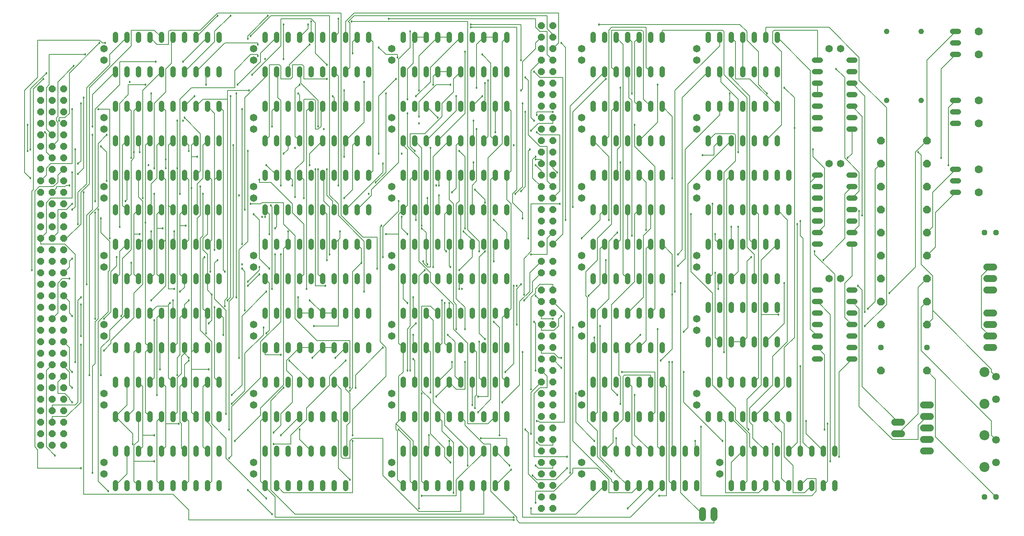
<source format=gbr>
G04 EAGLE Gerber RS-274X export*
G75*
%MOMM*%
%FSLAX34Y34*%
%LPD*%
%INTop Copper*%
%IPPOS*%
%AMOC8*
5,1,8,0,0,1.08239X$1,22.5*%
G01*
%ADD10C,1.219200*%
%ADD11C,1.219200*%
%ADD12P,1.814519X8X22.500000*%
%ADD13P,1.814519X8X202.500000*%
%ADD14C,1.778000*%
%ADD15C,1.651000*%
%ADD16C,1.524000*%
%ADD17C,2.200000*%
%ADD18C,1.700000*%
%ADD19P,1.319650X8X202.500000*%
%ADD20P,1.319650X8X22.500000*%
%ADD21P,1.649562X8X292.500000*%
%ADD22P,1.649562X8X202.500000*%
%ADD23C,0.127000*%
%ADD24C,0.457200*%


D10*
X647700Y844804D02*
X647700Y856996D01*
X673100Y856996D02*
X673100Y844804D01*
X800100Y844804D02*
X800100Y856996D01*
X825500Y856996D02*
X825500Y844804D01*
X698500Y844804D02*
X698500Y856996D01*
X723900Y856996D02*
X723900Y844804D01*
X774700Y844804D02*
X774700Y856996D01*
X749300Y856996D02*
X749300Y844804D01*
X850900Y844804D02*
X850900Y856996D01*
X876300Y856996D02*
X876300Y844804D01*
X876300Y921004D02*
X876300Y933196D01*
X850900Y933196D02*
X850900Y921004D01*
X825500Y921004D02*
X825500Y933196D01*
X800100Y933196D02*
X800100Y921004D01*
X774700Y921004D02*
X774700Y933196D01*
X749300Y933196D02*
X749300Y921004D01*
X723900Y921004D02*
X723900Y933196D01*
X698500Y933196D02*
X698500Y921004D01*
X673100Y921004D02*
X673100Y933196D01*
X647700Y933196D02*
X647700Y921004D01*
X342900Y704596D02*
X342900Y692404D01*
X368300Y692404D02*
X368300Y704596D01*
X495300Y704596D02*
X495300Y692404D01*
X520700Y692404D02*
X520700Y704596D01*
X393700Y704596D02*
X393700Y692404D01*
X419100Y692404D02*
X419100Y704596D01*
X469900Y704596D02*
X469900Y692404D01*
X444500Y692404D02*
X444500Y704596D01*
X546100Y704596D02*
X546100Y692404D01*
X571500Y692404D02*
X571500Y704596D01*
X571500Y768604D02*
X571500Y780796D01*
X546100Y780796D02*
X546100Y768604D01*
X520700Y768604D02*
X520700Y780796D01*
X495300Y780796D02*
X495300Y768604D01*
X469900Y768604D02*
X469900Y780796D01*
X444500Y780796D02*
X444500Y768604D01*
X419100Y768604D02*
X419100Y780796D01*
X393700Y780796D02*
X393700Y768604D01*
X368300Y768604D02*
X368300Y780796D01*
X342900Y780796D02*
X342900Y768604D01*
X342900Y997204D02*
X342900Y1009396D01*
X368300Y1009396D02*
X368300Y997204D01*
X495300Y997204D02*
X495300Y1009396D01*
X520700Y1009396D02*
X520700Y997204D01*
X393700Y997204D02*
X393700Y1009396D01*
X419100Y1009396D02*
X419100Y997204D01*
X469900Y997204D02*
X469900Y1009396D01*
X444500Y1009396D02*
X444500Y997204D01*
X546100Y997204D02*
X546100Y1009396D01*
X571500Y1009396D02*
X571500Y997204D01*
X571500Y1073404D02*
X571500Y1085596D01*
X546100Y1085596D02*
X546100Y1073404D01*
X520700Y1073404D02*
X520700Y1085596D01*
X495300Y1085596D02*
X495300Y1073404D01*
X469900Y1073404D02*
X469900Y1085596D01*
X444500Y1085596D02*
X444500Y1073404D01*
X419100Y1073404D02*
X419100Y1085596D01*
X393700Y1085596D02*
X393700Y1073404D01*
X368300Y1073404D02*
X368300Y1085596D01*
X342900Y1085596D02*
X342900Y1073404D01*
X647700Y704596D02*
X647700Y692404D01*
X673100Y692404D02*
X673100Y704596D01*
X800100Y704596D02*
X800100Y692404D01*
X825500Y692404D02*
X825500Y704596D01*
X698500Y704596D02*
X698500Y692404D01*
X723900Y692404D02*
X723900Y704596D01*
X774700Y704596D02*
X774700Y692404D01*
X749300Y692404D02*
X749300Y704596D01*
X850900Y704596D02*
X850900Y692404D01*
X876300Y692404D02*
X876300Y704596D01*
X876300Y768604D02*
X876300Y780796D01*
X850900Y780796D02*
X850900Y768604D01*
X825500Y768604D02*
X825500Y780796D01*
X800100Y780796D02*
X800100Y768604D01*
X774700Y768604D02*
X774700Y780796D01*
X749300Y780796D02*
X749300Y768604D01*
X723900Y768604D02*
X723900Y780796D01*
X698500Y780796D02*
X698500Y768604D01*
X673100Y768604D02*
X673100Y780796D01*
X647700Y780796D02*
X647700Y768604D01*
X12700Y997204D02*
X12700Y1009396D01*
X38100Y1009396D02*
X38100Y997204D01*
X165100Y997204D02*
X165100Y1009396D01*
X190500Y1009396D02*
X190500Y997204D01*
X63500Y997204D02*
X63500Y1009396D01*
X88900Y1009396D02*
X88900Y997204D01*
X139700Y997204D02*
X139700Y1009396D01*
X114300Y1009396D02*
X114300Y997204D01*
X215900Y997204D02*
X215900Y1009396D01*
X241300Y1009396D02*
X241300Y997204D01*
X241300Y1073404D02*
X241300Y1085596D01*
X215900Y1085596D02*
X215900Y1073404D01*
X190500Y1073404D02*
X190500Y1085596D01*
X165100Y1085596D02*
X165100Y1073404D01*
X139700Y1073404D02*
X139700Y1085596D01*
X114300Y1085596D02*
X114300Y1073404D01*
X88900Y1073404D02*
X88900Y1085596D01*
X63500Y1085596D02*
X63500Y1073404D01*
X38100Y1073404D02*
X38100Y1085596D01*
X12700Y1085596D02*
X12700Y1073404D01*
X1066800Y94996D02*
X1066800Y82804D01*
X1092200Y82804D02*
X1092200Y94996D01*
X1219200Y94996D02*
X1219200Y82804D01*
X1244600Y82804D02*
X1244600Y94996D01*
X1117600Y94996D02*
X1117600Y82804D01*
X1143000Y82804D02*
X1143000Y94996D01*
X1193800Y94996D02*
X1193800Y82804D01*
X1168400Y82804D02*
X1168400Y94996D01*
X1270000Y94996D02*
X1270000Y82804D01*
X1295400Y82804D02*
X1295400Y94996D01*
X1295400Y159004D02*
X1295400Y171196D01*
X1270000Y171196D02*
X1270000Y159004D01*
X1244600Y159004D02*
X1244600Y171196D01*
X1219200Y171196D02*
X1219200Y159004D01*
X1193800Y159004D02*
X1193800Y171196D01*
X1168400Y171196D02*
X1168400Y159004D01*
X1143000Y159004D02*
X1143000Y171196D01*
X1117600Y171196D02*
X1117600Y159004D01*
X1092200Y159004D02*
X1092200Y171196D01*
X1066800Y171196D02*
X1066800Y159004D01*
X647700Y387604D02*
X647700Y399796D01*
X673100Y399796D02*
X673100Y387604D01*
X800100Y387604D02*
X800100Y399796D01*
X825500Y399796D02*
X825500Y387604D01*
X698500Y387604D02*
X698500Y399796D01*
X723900Y399796D02*
X723900Y387604D01*
X774700Y387604D02*
X774700Y399796D01*
X749300Y399796D02*
X749300Y387604D01*
X850900Y387604D02*
X850900Y399796D01*
X876300Y399796D02*
X876300Y387604D01*
X876300Y463804D02*
X876300Y475996D01*
X850900Y475996D02*
X850900Y463804D01*
X825500Y463804D02*
X825500Y475996D01*
X800100Y475996D02*
X800100Y463804D01*
X774700Y463804D02*
X774700Y475996D01*
X749300Y475996D02*
X749300Y463804D01*
X723900Y463804D02*
X723900Y475996D01*
X698500Y475996D02*
X698500Y463804D01*
X673100Y463804D02*
X673100Y475996D01*
X647700Y475996D02*
X647700Y463804D01*
X647700Y247396D02*
X647700Y235204D01*
X673100Y235204D02*
X673100Y247396D01*
X800100Y247396D02*
X800100Y235204D01*
X825500Y235204D02*
X825500Y247396D01*
X698500Y247396D02*
X698500Y235204D01*
X723900Y235204D02*
X723900Y247396D01*
X774700Y247396D02*
X774700Y235204D01*
X749300Y235204D02*
X749300Y247396D01*
X850900Y247396D02*
X850900Y235204D01*
X876300Y235204D02*
X876300Y247396D01*
X876300Y311404D02*
X876300Y323596D01*
X850900Y323596D02*
X850900Y311404D01*
X825500Y311404D02*
X825500Y323596D01*
X800100Y323596D02*
X800100Y311404D01*
X774700Y311404D02*
X774700Y323596D01*
X749300Y323596D02*
X749300Y311404D01*
X723900Y311404D02*
X723900Y323596D01*
X698500Y323596D02*
X698500Y311404D01*
X673100Y311404D02*
X673100Y323596D01*
X647700Y323596D02*
X647700Y311404D01*
X1320800Y247396D02*
X1320800Y235204D01*
X1346200Y235204D02*
X1346200Y247396D01*
X1473200Y247396D02*
X1473200Y235204D01*
X1498600Y235204D02*
X1498600Y247396D01*
X1371600Y247396D02*
X1371600Y235204D01*
X1397000Y235204D02*
X1397000Y247396D01*
X1447800Y247396D02*
X1447800Y235204D01*
X1422400Y235204D02*
X1422400Y247396D01*
X1498600Y311404D02*
X1498600Y323596D01*
X1473200Y323596D02*
X1473200Y311404D01*
X1447800Y311404D02*
X1447800Y323596D01*
X1422400Y323596D02*
X1422400Y311404D01*
X1397000Y311404D02*
X1397000Y323596D01*
X1371600Y323596D02*
X1371600Y311404D01*
X1346200Y311404D02*
X1346200Y323596D01*
X1320800Y323596D02*
X1320800Y311404D01*
X1320800Y692404D02*
X1320800Y704596D01*
X1346200Y704596D02*
X1346200Y692404D01*
X1473200Y692404D02*
X1473200Y704596D01*
X1498600Y704596D02*
X1498600Y692404D01*
X1371600Y692404D02*
X1371600Y704596D01*
X1397000Y704596D02*
X1397000Y692404D01*
X1447800Y692404D02*
X1447800Y704596D01*
X1422400Y704596D02*
X1422400Y692404D01*
X1498600Y768604D02*
X1498600Y780796D01*
X1473200Y780796D02*
X1473200Y768604D01*
X1447800Y768604D02*
X1447800Y780796D01*
X1422400Y780796D02*
X1422400Y768604D01*
X1397000Y768604D02*
X1397000Y780796D01*
X1371600Y780796D02*
X1371600Y768604D01*
X1346200Y768604D02*
X1346200Y780796D01*
X1320800Y780796D02*
X1320800Y768604D01*
X1371600Y94996D02*
X1371600Y82804D01*
X1397000Y82804D02*
X1397000Y94996D01*
X1524000Y94996D02*
X1524000Y82804D01*
X1549400Y82804D02*
X1549400Y94996D01*
X1422400Y94996D02*
X1422400Y82804D01*
X1447800Y82804D02*
X1447800Y94996D01*
X1498600Y94996D02*
X1498600Y82804D01*
X1473200Y82804D02*
X1473200Y94996D01*
X1574800Y94996D02*
X1574800Y82804D01*
X1600200Y82804D02*
X1600200Y94996D01*
X1600200Y159004D02*
X1600200Y171196D01*
X1574800Y171196D02*
X1574800Y159004D01*
X1549400Y159004D02*
X1549400Y171196D01*
X1524000Y171196D02*
X1524000Y159004D01*
X1498600Y159004D02*
X1498600Y171196D01*
X1473200Y171196D02*
X1473200Y159004D01*
X1447800Y159004D02*
X1447800Y171196D01*
X1422400Y171196D02*
X1422400Y159004D01*
X1397000Y159004D02*
X1397000Y171196D01*
X1371600Y171196D02*
X1371600Y159004D01*
X12700Y235204D02*
X12700Y247396D01*
X38100Y247396D02*
X38100Y235204D01*
X165100Y235204D02*
X165100Y247396D01*
X190500Y247396D02*
X190500Y235204D01*
X63500Y235204D02*
X63500Y247396D01*
X88900Y247396D02*
X88900Y235204D01*
X139700Y235204D02*
X139700Y247396D01*
X114300Y247396D02*
X114300Y235204D01*
X215900Y235204D02*
X215900Y247396D01*
X241300Y247396D02*
X241300Y235204D01*
X241300Y311404D02*
X241300Y323596D01*
X215900Y323596D02*
X215900Y311404D01*
X190500Y311404D02*
X190500Y323596D01*
X165100Y323596D02*
X165100Y311404D01*
X139700Y311404D02*
X139700Y323596D01*
X114300Y323596D02*
X114300Y311404D01*
X88900Y311404D02*
X88900Y323596D01*
X63500Y323596D02*
X63500Y311404D01*
X38100Y311404D02*
X38100Y323596D01*
X12700Y323596D02*
X12700Y311404D01*
X342900Y94996D02*
X342900Y82804D01*
X368300Y82804D02*
X368300Y94996D01*
X495300Y94996D02*
X495300Y82804D01*
X520700Y82804D02*
X520700Y94996D01*
X393700Y94996D02*
X393700Y82804D01*
X419100Y82804D02*
X419100Y94996D01*
X469900Y94996D02*
X469900Y82804D01*
X444500Y82804D02*
X444500Y94996D01*
X520700Y159004D02*
X520700Y171196D01*
X495300Y171196D02*
X495300Y159004D01*
X469900Y159004D02*
X469900Y171196D01*
X444500Y171196D02*
X444500Y159004D01*
X419100Y159004D02*
X419100Y171196D01*
X393700Y171196D02*
X393700Y159004D01*
X368300Y159004D02*
X368300Y171196D01*
X342900Y171196D02*
X342900Y159004D01*
X342900Y235204D02*
X342900Y247396D01*
X368300Y247396D02*
X368300Y235204D01*
X495300Y235204D02*
X495300Y247396D01*
X520700Y247396D02*
X520700Y235204D01*
X393700Y235204D02*
X393700Y247396D01*
X419100Y247396D02*
X419100Y235204D01*
X469900Y235204D02*
X469900Y247396D01*
X444500Y247396D02*
X444500Y235204D01*
X520700Y311404D02*
X520700Y323596D01*
X495300Y323596D02*
X495300Y311404D01*
X469900Y311404D02*
X469900Y323596D01*
X444500Y323596D02*
X444500Y311404D01*
X419100Y311404D02*
X419100Y323596D01*
X393700Y323596D02*
X393700Y311404D01*
X368300Y311404D02*
X368300Y323596D01*
X342900Y323596D02*
X342900Y311404D01*
X12700Y94996D02*
X12700Y82804D01*
X38100Y82804D02*
X38100Y94996D01*
X165100Y94996D02*
X165100Y82804D01*
X190500Y82804D02*
X190500Y94996D01*
X63500Y94996D02*
X63500Y82804D01*
X88900Y82804D02*
X88900Y94996D01*
X139700Y94996D02*
X139700Y82804D01*
X114300Y82804D02*
X114300Y94996D01*
X215900Y94996D02*
X215900Y82804D01*
X241300Y82804D02*
X241300Y94996D01*
X241300Y159004D02*
X241300Y171196D01*
X215900Y171196D02*
X215900Y159004D01*
X190500Y159004D02*
X190500Y171196D01*
X165100Y171196D02*
X165100Y159004D01*
X139700Y159004D02*
X139700Y171196D01*
X114300Y171196D02*
X114300Y159004D01*
X88900Y159004D02*
X88900Y171196D01*
X63500Y171196D02*
X63500Y159004D01*
X38100Y159004D02*
X38100Y171196D01*
X12700Y171196D02*
X12700Y159004D01*
X1556004Y520700D02*
X1568196Y520700D01*
X1568196Y495300D02*
X1556004Y495300D01*
X1556004Y368300D02*
X1568196Y368300D01*
X1632204Y368300D02*
X1644396Y368300D01*
X1568196Y469900D02*
X1556004Y469900D01*
X1556004Y444500D02*
X1568196Y444500D01*
X1568196Y393700D02*
X1556004Y393700D01*
X1556004Y419100D02*
X1568196Y419100D01*
X1632204Y393700D02*
X1644396Y393700D01*
X1644396Y419100D02*
X1632204Y419100D01*
X1632204Y444500D02*
X1644396Y444500D01*
X1644396Y469900D02*
X1632204Y469900D01*
X1632204Y495300D02*
X1644396Y495300D01*
X1644396Y520700D02*
X1632204Y520700D01*
X1066800Y247396D02*
X1066800Y235204D01*
X1092200Y235204D02*
X1092200Y247396D01*
X1219200Y247396D02*
X1219200Y235204D01*
X1219200Y311404D02*
X1219200Y323596D01*
X1117600Y247396D02*
X1117600Y235204D01*
X1143000Y235204D02*
X1143000Y247396D01*
X1193800Y247396D02*
X1193800Y235204D01*
X1168400Y235204D02*
X1168400Y247396D01*
X1193800Y311404D02*
X1193800Y323596D01*
X1168400Y323596D02*
X1168400Y311404D01*
X1143000Y311404D02*
X1143000Y323596D01*
X1117600Y323596D02*
X1117600Y311404D01*
X1092200Y311404D02*
X1092200Y323596D01*
X1066800Y323596D02*
X1066800Y311404D01*
X1066800Y387604D02*
X1066800Y399796D01*
X1092200Y399796D02*
X1092200Y387604D01*
X1219200Y387604D02*
X1219200Y399796D01*
X1219200Y463804D02*
X1219200Y475996D01*
X1117600Y399796D02*
X1117600Y387604D01*
X1143000Y387604D02*
X1143000Y399796D01*
X1193800Y399796D02*
X1193800Y387604D01*
X1168400Y387604D02*
X1168400Y399796D01*
X1193800Y463804D02*
X1193800Y475996D01*
X1168400Y475996D02*
X1168400Y463804D01*
X1143000Y463804D02*
X1143000Y475996D01*
X1117600Y475996D02*
X1117600Y463804D01*
X1092200Y463804D02*
X1092200Y475996D01*
X1066800Y475996D02*
X1066800Y463804D01*
D11*
X1714500Y1092200D03*
X1714500Y939800D03*
X1790700Y939800D03*
X1790700Y1092200D03*
D10*
X647700Y94996D02*
X647700Y82804D01*
X673100Y82804D02*
X673100Y94996D01*
X800100Y94996D02*
X800100Y82804D01*
X825500Y82804D02*
X825500Y94996D01*
X698500Y94996D02*
X698500Y82804D01*
X723900Y82804D02*
X723900Y94996D01*
X774700Y94996D02*
X774700Y82804D01*
X749300Y82804D02*
X749300Y94996D01*
X850900Y94996D02*
X850900Y82804D01*
X876300Y82804D02*
X876300Y94996D01*
X876300Y159004D02*
X876300Y171196D01*
X850900Y171196D02*
X850900Y159004D01*
X825500Y159004D02*
X825500Y171196D01*
X800100Y171196D02*
X800100Y159004D01*
X774700Y159004D02*
X774700Y171196D01*
X749300Y171196D02*
X749300Y159004D01*
X723900Y159004D02*
X723900Y171196D01*
X698500Y171196D02*
X698500Y159004D01*
X673100Y159004D02*
X673100Y171196D01*
X647700Y171196D02*
X647700Y159004D01*
X1066800Y844804D02*
X1066800Y856996D01*
X1092200Y856996D02*
X1092200Y844804D01*
X1219200Y844804D02*
X1219200Y856996D01*
X1219200Y921004D02*
X1219200Y933196D01*
X1117600Y856996D02*
X1117600Y844804D01*
X1143000Y844804D02*
X1143000Y856996D01*
X1193800Y856996D02*
X1193800Y844804D01*
X1168400Y844804D02*
X1168400Y856996D01*
X1193800Y921004D02*
X1193800Y933196D01*
X1168400Y933196D02*
X1168400Y921004D01*
X1143000Y921004D02*
X1143000Y933196D01*
X1117600Y933196D02*
X1117600Y921004D01*
X1092200Y921004D02*
X1092200Y933196D01*
X1066800Y933196D02*
X1066800Y921004D01*
X1556004Y1028700D02*
X1568196Y1028700D01*
X1568196Y1003300D02*
X1556004Y1003300D01*
X1556004Y876300D02*
X1568196Y876300D01*
X1632204Y876300D02*
X1644396Y876300D01*
X1568196Y977900D02*
X1556004Y977900D01*
X1556004Y952500D02*
X1568196Y952500D01*
X1568196Y901700D02*
X1556004Y901700D01*
X1556004Y927100D02*
X1568196Y927100D01*
X1632204Y901700D02*
X1644396Y901700D01*
X1644396Y927100D02*
X1632204Y927100D01*
X1632204Y952500D02*
X1644396Y952500D01*
X1644396Y977900D02*
X1632204Y977900D01*
X1632204Y1003300D02*
X1644396Y1003300D01*
X1644396Y1028700D02*
X1632204Y1028700D01*
D12*
X1701800Y647700D03*
X1803400Y647700D03*
D13*
X1803400Y596900D03*
X1701800Y596900D03*
D10*
X1066800Y552196D02*
X1066800Y540004D01*
X1092200Y540004D02*
X1092200Y552196D01*
X1219200Y552196D02*
X1219200Y540004D01*
X1219200Y616204D02*
X1219200Y628396D01*
X1117600Y552196D02*
X1117600Y540004D01*
X1143000Y540004D02*
X1143000Y552196D01*
X1193800Y552196D02*
X1193800Y540004D01*
X1168400Y540004D02*
X1168400Y552196D01*
X1193800Y616204D02*
X1193800Y628396D01*
X1168400Y628396D02*
X1168400Y616204D01*
X1143000Y616204D02*
X1143000Y628396D01*
X1117600Y628396D02*
X1117600Y616204D01*
X1092200Y616204D02*
X1092200Y628396D01*
X1066800Y628396D02*
X1066800Y616204D01*
X1320800Y412496D02*
X1320800Y400304D01*
X1346200Y400304D02*
X1346200Y412496D01*
X1473200Y412496D02*
X1473200Y400304D01*
X1473200Y476504D02*
X1473200Y488696D01*
X1371600Y412496D02*
X1371600Y400304D01*
X1397000Y400304D02*
X1397000Y412496D01*
X1447800Y412496D02*
X1447800Y400304D01*
X1422400Y400304D02*
X1422400Y412496D01*
X1447800Y476504D02*
X1447800Y488696D01*
X1422400Y488696D02*
X1422400Y476504D01*
X1397000Y476504D02*
X1397000Y488696D01*
X1371600Y488696D02*
X1371600Y476504D01*
X1346200Y476504D02*
X1346200Y488696D01*
X1320800Y488696D02*
X1320800Y476504D01*
D12*
X1701800Y850900D03*
X1803400Y850900D03*
X1701800Y800100D03*
X1803400Y800100D03*
D10*
X1860804Y1092200D02*
X1872996Y1092200D01*
X1872996Y1066800D02*
X1860804Y1066800D01*
X1860804Y1041400D02*
X1872996Y1041400D01*
D14*
X1917700Y1092200D03*
X1917700Y1041400D03*
D12*
X1701800Y749300D03*
X1803400Y749300D03*
D13*
X1803400Y698500D03*
X1701800Y698500D03*
D10*
X1860804Y939800D02*
X1872996Y939800D01*
X1872996Y914400D02*
X1860804Y914400D01*
X1860804Y889000D02*
X1872996Y889000D01*
D14*
X1917700Y939800D03*
X1917700Y889000D03*
D10*
X1568196Y774700D02*
X1556004Y774700D01*
X1556004Y749300D02*
X1568196Y749300D01*
X1568196Y622300D02*
X1556004Y622300D01*
X1632204Y622300D02*
X1644396Y622300D01*
X1568196Y723900D02*
X1556004Y723900D01*
X1556004Y698500D02*
X1568196Y698500D01*
X1568196Y647700D02*
X1556004Y647700D01*
X1556004Y673100D02*
X1568196Y673100D01*
X1632204Y647700D02*
X1644396Y647700D01*
X1644396Y673100D02*
X1632204Y673100D01*
X1632204Y698500D02*
X1644396Y698500D01*
X1644396Y723900D02*
X1632204Y723900D01*
X1632204Y749300D02*
X1644396Y749300D01*
X1644396Y774700D02*
X1632204Y774700D01*
X1320800Y997204D02*
X1320800Y1009396D01*
X1346200Y1009396D02*
X1346200Y997204D01*
X1473200Y997204D02*
X1473200Y1009396D01*
X1473200Y1073404D02*
X1473200Y1085596D01*
X1371600Y1009396D02*
X1371600Y997204D01*
X1397000Y997204D02*
X1397000Y1009396D01*
X1447800Y1009396D02*
X1447800Y997204D01*
X1422400Y997204D02*
X1422400Y1009396D01*
X1447800Y1073404D02*
X1447800Y1085596D01*
X1422400Y1085596D02*
X1422400Y1073404D01*
X1397000Y1073404D02*
X1397000Y1085596D01*
X1371600Y1085596D02*
X1371600Y1073404D01*
X1346200Y1073404D02*
X1346200Y1085596D01*
X1320800Y1085596D02*
X1320800Y1073404D01*
X647700Y1009396D02*
X647700Y997204D01*
X673100Y997204D02*
X673100Y1009396D01*
X800100Y1009396D02*
X800100Y997204D01*
X825500Y997204D02*
X825500Y1009396D01*
X698500Y1009396D02*
X698500Y997204D01*
X723900Y997204D02*
X723900Y1009396D01*
X774700Y1009396D02*
X774700Y997204D01*
X749300Y997204D02*
X749300Y1009396D01*
X850900Y1009396D02*
X850900Y997204D01*
X876300Y997204D02*
X876300Y1009396D01*
X876300Y1073404D02*
X876300Y1085596D01*
X850900Y1085596D02*
X850900Y1073404D01*
X825500Y1073404D02*
X825500Y1085596D01*
X800100Y1085596D02*
X800100Y1073404D01*
X774700Y1073404D02*
X774700Y1085596D01*
X749300Y1085596D02*
X749300Y1073404D01*
X723900Y1073404D02*
X723900Y1085596D01*
X698500Y1085596D02*
X698500Y1073404D01*
X673100Y1073404D02*
X673100Y1085596D01*
X647700Y1085596D02*
X647700Y1073404D01*
X342900Y856996D02*
X342900Y844804D01*
X368300Y844804D02*
X368300Y856996D01*
X495300Y856996D02*
X495300Y844804D01*
X520700Y844804D02*
X520700Y856996D01*
X393700Y856996D02*
X393700Y844804D01*
X419100Y844804D02*
X419100Y856996D01*
X469900Y856996D02*
X469900Y844804D01*
X444500Y844804D02*
X444500Y856996D01*
X546100Y856996D02*
X546100Y844804D01*
X571500Y844804D02*
X571500Y856996D01*
X571500Y921004D02*
X571500Y933196D01*
X546100Y933196D02*
X546100Y921004D01*
X520700Y921004D02*
X520700Y933196D01*
X495300Y933196D02*
X495300Y921004D01*
X469900Y921004D02*
X469900Y933196D01*
X444500Y933196D02*
X444500Y921004D01*
X419100Y921004D02*
X419100Y933196D01*
X393700Y933196D02*
X393700Y921004D01*
X368300Y921004D02*
X368300Y933196D01*
X342900Y933196D02*
X342900Y921004D01*
X1066800Y997204D02*
X1066800Y1009396D01*
X1092200Y1009396D02*
X1092200Y997204D01*
X1219200Y997204D02*
X1219200Y1009396D01*
X1219200Y1073404D02*
X1219200Y1085596D01*
X1117600Y1009396D02*
X1117600Y997204D01*
X1143000Y997204D02*
X1143000Y1009396D01*
X1193800Y1009396D02*
X1193800Y997204D01*
X1168400Y997204D02*
X1168400Y1009396D01*
X1193800Y1073404D02*
X1193800Y1085596D01*
X1168400Y1085596D02*
X1168400Y1073404D01*
X1143000Y1073404D02*
X1143000Y1085596D01*
X1117600Y1085596D02*
X1117600Y1073404D01*
X1092200Y1073404D02*
X1092200Y1085596D01*
X1066800Y1085596D02*
X1066800Y1073404D01*
X1320800Y552196D02*
X1320800Y540004D01*
X1346200Y540004D02*
X1346200Y552196D01*
X1473200Y552196D02*
X1473200Y540004D01*
X1473200Y616204D02*
X1473200Y628396D01*
X1371600Y552196D02*
X1371600Y540004D01*
X1397000Y540004D02*
X1397000Y552196D01*
X1447800Y552196D02*
X1447800Y540004D01*
X1422400Y540004D02*
X1422400Y552196D01*
X1447800Y616204D02*
X1447800Y628396D01*
X1422400Y628396D02*
X1422400Y616204D01*
X1397000Y616204D02*
X1397000Y628396D01*
X1371600Y628396D02*
X1371600Y616204D01*
X1346200Y616204D02*
X1346200Y628396D01*
X1320800Y628396D02*
X1320800Y616204D01*
X12700Y844804D02*
X12700Y856996D01*
X38100Y856996D02*
X38100Y844804D01*
X165100Y844804D02*
X165100Y856996D01*
X190500Y856996D02*
X190500Y844804D01*
X63500Y844804D02*
X63500Y856996D01*
X88900Y856996D02*
X88900Y844804D01*
X139700Y844804D02*
X139700Y856996D01*
X114300Y856996D02*
X114300Y844804D01*
X215900Y844804D02*
X215900Y856996D01*
X241300Y856996D02*
X241300Y844804D01*
X241300Y921004D02*
X241300Y933196D01*
X215900Y933196D02*
X215900Y921004D01*
X190500Y921004D02*
X190500Y933196D01*
X165100Y933196D02*
X165100Y921004D01*
X139700Y921004D02*
X139700Y933196D01*
X114300Y933196D02*
X114300Y921004D01*
X88900Y921004D02*
X88900Y933196D01*
X63500Y933196D02*
X63500Y921004D01*
X38100Y921004D02*
X38100Y933196D01*
X12700Y933196D02*
X12700Y921004D01*
X12700Y704596D02*
X12700Y692404D01*
X38100Y692404D02*
X38100Y704596D01*
X165100Y704596D02*
X165100Y692404D01*
X190500Y692404D02*
X190500Y704596D01*
X63500Y704596D02*
X63500Y692404D01*
X88900Y692404D02*
X88900Y704596D01*
X139700Y704596D02*
X139700Y692404D01*
X114300Y692404D02*
X114300Y704596D01*
X215900Y704596D02*
X215900Y692404D01*
X241300Y692404D02*
X241300Y704596D01*
X241300Y768604D02*
X241300Y780796D01*
X215900Y780796D02*
X215900Y768604D01*
X190500Y768604D02*
X190500Y780796D01*
X165100Y780796D02*
X165100Y768604D01*
X139700Y768604D02*
X139700Y780796D01*
X114300Y780796D02*
X114300Y768604D01*
X88900Y768604D02*
X88900Y780796D01*
X63500Y780796D02*
X63500Y768604D01*
X38100Y768604D02*
X38100Y780796D01*
X12700Y780796D02*
X12700Y768604D01*
X12700Y552196D02*
X12700Y540004D01*
X38100Y540004D02*
X38100Y552196D01*
X165100Y552196D02*
X165100Y540004D01*
X190500Y540004D02*
X190500Y552196D01*
X63500Y552196D02*
X63500Y540004D01*
X88900Y540004D02*
X88900Y552196D01*
X139700Y552196D02*
X139700Y540004D01*
X114300Y540004D02*
X114300Y552196D01*
X215900Y552196D02*
X215900Y540004D01*
X241300Y540004D02*
X241300Y552196D01*
X241300Y616204D02*
X241300Y628396D01*
X215900Y628396D02*
X215900Y616204D01*
X190500Y616204D02*
X190500Y628396D01*
X165100Y628396D02*
X165100Y616204D01*
X139700Y616204D02*
X139700Y628396D01*
X114300Y628396D02*
X114300Y616204D01*
X88900Y616204D02*
X88900Y628396D01*
X63500Y628396D02*
X63500Y616204D01*
X38100Y616204D02*
X38100Y628396D01*
X12700Y628396D02*
X12700Y616204D01*
D15*
X1041400Y139700D03*
X1041400Y114300D03*
X1041400Y292100D03*
X1041400Y266700D03*
X1041400Y444500D03*
X1041400Y419100D03*
X317500Y139700D03*
X317500Y114300D03*
X1295400Y749300D03*
X1295400Y723900D03*
X1295400Y457200D03*
X1295400Y431800D03*
X1041400Y749300D03*
X1041400Y723900D03*
X1041400Y901700D03*
X1041400Y876300D03*
X622300Y571500D03*
X622300Y596900D03*
X317500Y444500D03*
X317500Y419100D03*
X622300Y1054100D03*
X622300Y1028700D03*
X317500Y292100D03*
X317500Y266700D03*
X622300Y723900D03*
X622300Y749300D03*
X622300Y114300D03*
X622300Y139700D03*
X317500Y596900D03*
X317500Y571500D03*
X317500Y749300D03*
X317500Y723900D03*
X622300Y901700D03*
X622300Y876300D03*
X317500Y901700D03*
X317500Y876300D03*
X-12700Y1054100D03*
X-12700Y1028700D03*
X317500Y1054100D03*
X317500Y1028700D03*
X-12700Y901700D03*
X-12700Y876300D03*
X-12700Y749300D03*
X-12700Y723900D03*
X-12700Y596900D03*
X-12700Y571500D03*
X-12700Y444500D03*
X-12700Y419100D03*
D10*
X12700Y399796D02*
X12700Y387604D01*
X38100Y387604D02*
X38100Y399796D01*
X165100Y399796D02*
X165100Y387604D01*
X190500Y387604D02*
X190500Y399796D01*
X63500Y399796D02*
X63500Y387604D01*
X88900Y387604D02*
X88900Y399796D01*
X139700Y399796D02*
X139700Y387604D01*
X114300Y387604D02*
X114300Y399796D01*
X215900Y399796D02*
X215900Y387604D01*
X241300Y387604D02*
X241300Y399796D01*
X241300Y463804D02*
X241300Y475996D01*
X215900Y475996D02*
X215900Y463804D01*
X190500Y463804D02*
X190500Y475996D01*
X165100Y475996D02*
X165100Y463804D01*
X139700Y463804D02*
X139700Y475996D01*
X114300Y475996D02*
X114300Y463804D01*
X88900Y463804D02*
X88900Y475996D01*
X63500Y475996D02*
X63500Y463804D01*
X38100Y463804D02*
X38100Y475996D01*
X12700Y475996D02*
X12700Y463804D01*
X342900Y399796D02*
X342900Y387604D01*
X368300Y387604D02*
X368300Y399796D01*
X495300Y399796D02*
X495300Y387604D01*
X520700Y387604D02*
X520700Y399796D01*
X393700Y399796D02*
X393700Y387604D01*
X419100Y387604D02*
X419100Y399796D01*
X469900Y399796D02*
X469900Y387604D01*
X444500Y387604D02*
X444500Y399796D01*
X546100Y399796D02*
X546100Y387604D01*
X571500Y387604D02*
X571500Y399796D01*
X571500Y463804D02*
X571500Y475996D01*
X546100Y475996D02*
X546100Y463804D01*
X520700Y463804D02*
X520700Y475996D01*
X495300Y475996D02*
X495300Y463804D01*
X469900Y463804D02*
X469900Y475996D01*
X444500Y475996D02*
X444500Y463804D01*
X419100Y463804D02*
X419100Y475996D01*
X393700Y475996D02*
X393700Y463804D01*
X368300Y463804D02*
X368300Y475996D01*
X342900Y475996D02*
X342900Y463804D01*
D15*
X1295400Y596900D03*
X1295400Y571500D03*
X1041400Y596900D03*
X1041400Y571500D03*
X-12700Y292100D03*
X-12700Y266700D03*
X-12700Y139700D03*
X-12700Y114300D03*
X622300Y444500D03*
X622300Y419100D03*
X1295400Y292100D03*
X1295400Y266700D03*
X1587500Y1054100D03*
X1612900Y1054100D03*
X1295400Y1054100D03*
X1295400Y1028700D03*
X1295400Y901700D03*
X1295400Y876300D03*
X1041400Y1054100D03*
X1041400Y1028700D03*
D10*
X1860804Y787400D02*
X1872996Y787400D01*
X1872996Y762000D02*
X1860804Y762000D01*
X1860804Y736600D02*
X1872996Y736600D01*
D14*
X1917700Y787400D03*
X1917700Y736600D03*
D10*
X1066800Y704596D02*
X1066800Y692404D01*
X1092200Y692404D02*
X1092200Y704596D01*
X1219200Y704596D02*
X1219200Y692404D01*
X1219200Y768604D02*
X1219200Y780796D01*
X1117600Y704596D02*
X1117600Y692404D01*
X1143000Y692404D02*
X1143000Y704596D01*
X1193800Y704596D02*
X1193800Y692404D01*
X1168400Y692404D02*
X1168400Y704596D01*
X1193800Y768604D02*
X1193800Y780796D01*
X1168400Y780796D02*
X1168400Y768604D01*
X1143000Y768604D02*
X1143000Y780796D01*
X1117600Y780796D02*
X1117600Y768604D01*
X1092200Y768604D02*
X1092200Y780796D01*
X1066800Y780796D02*
X1066800Y768604D01*
D16*
X1795780Y165100D02*
X1811020Y165100D01*
X1811020Y190500D02*
X1795780Y190500D01*
X1795780Y215900D02*
X1811020Y215900D01*
X1811020Y241300D02*
X1795780Y241300D01*
X1795780Y266700D02*
X1811020Y266700D01*
D15*
X1346200Y139700D03*
X1346200Y114300D03*
D12*
X1701800Y546100D03*
X1803400Y546100D03*
D10*
X1320800Y844804D02*
X1320800Y856996D01*
X1346200Y856996D02*
X1346200Y844804D01*
X1473200Y844804D02*
X1473200Y856996D01*
X1473200Y921004D02*
X1473200Y933196D01*
X1371600Y856996D02*
X1371600Y844804D01*
X1397000Y844804D02*
X1397000Y856996D01*
X1447800Y856996D02*
X1447800Y844804D01*
X1422400Y844804D02*
X1422400Y856996D01*
X1447800Y921004D02*
X1447800Y933196D01*
X1422400Y933196D02*
X1422400Y921004D01*
X1397000Y921004D02*
X1397000Y933196D01*
X1371600Y933196D02*
X1371600Y921004D01*
X1346200Y921004D02*
X1346200Y933196D01*
X1320800Y933196D02*
X1320800Y921004D01*
D17*
X1930800Y269800D03*
X1930800Y339800D03*
D18*
X1955800Y279800D03*
X1955800Y329800D03*
D13*
X1803400Y444500D03*
X1701800Y444500D03*
D17*
X1930800Y130100D03*
X1930800Y200100D03*
D18*
X1955800Y140100D03*
X1955800Y190100D03*
D13*
X1803400Y495300D03*
X1701800Y495300D03*
D19*
X1955800Y647700D03*
X1930400Y647700D03*
D20*
X1701800Y393700D03*
X1803400Y393700D03*
D15*
X622300Y266700D03*
X622300Y292100D03*
D21*
X952500Y1104900D03*
X952500Y1079500D03*
X952500Y1054100D03*
X952500Y1028700D03*
X952500Y1003300D03*
X952500Y977900D03*
X977900Y1104900D03*
X977900Y1079500D03*
X977900Y1054100D03*
X977900Y1028700D03*
X977900Y1003300D03*
X977900Y977900D03*
X952500Y952500D03*
X977900Y952500D03*
X952500Y927100D03*
X952500Y901700D03*
X952500Y876300D03*
X952500Y850900D03*
X952500Y825500D03*
X952500Y800100D03*
X977900Y927100D03*
X977900Y901700D03*
X977900Y876300D03*
X977900Y850900D03*
X977900Y825500D03*
X977900Y800100D03*
X952500Y774700D03*
X977900Y774700D03*
X952500Y749300D03*
X952500Y723900D03*
X952500Y698500D03*
X952500Y673100D03*
X952500Y647700D03*
X952500Y622300D03*
X977900Y749300D03*
X977900Y723900D03*
X977900Y698500D03*
X977900Y673100D03*
X977900Y647700D03*
X977900Y622300D03*
X952500Y520700D03*
X952500Y495300D03*
X952500Y469900D03*
X952500Y444500D03*
X952500Y419100D03*
X952500Y393700D03*
X977900Y520700D03*
X977900Y495300D03*
X977900Y469900D03*
X977900Y444500D03*
X977900Y419100D03*
X977900Y393700D03*
X952500Y368300D03*
X977900Y368300D03*
X952500Y342900D03*
X952500Y317500D03*
X952500Y292100D03*
X952500Y266700D03*
X952500Y241300D03*
X952500Y215900D03*
X977900Y342900D03*
X977900Y317500D03*
X977900Y292100D03*
X977900Y266700D03*
X977900Y241300D03*
X977900Y215900D03*
X952500Y190500D03*
X977900Y190500D03*
X952500Y165100D03*
X952500Y139700D03*
X952500Y114300D03*
X952500Y88900D03*
X952500Y63500D03*
X952500Y38100D03*
X977900Y165100D03*
X977900Y139700D03*
X977900Y114300D03*
X977900Y88900D03*
X977900Y63500D03*
X977900Y38100D03*
X952500Y584200D03*
X977900Y584200D03*
X952500Y558800D03*
X977900Y558800D03*
D10*
X647700Y552196D02*
X647700Y540004D01*
X673100Y540004D02*
X673100Y552196D01*
X800100Y552196D02*
X800100Y540004D01*
X825500Y540004D02*
X825500Y552196D01*
X698500Y552196D02*
X698500Y540004D01*
X723900Y540004D02*
X723900Y552196D01*
X774700Y552196D02*
X774700Y540004D01*
X749300Y540004D02*
X749300Y552196D01*
X850900Y552196D02*
X850900Y540004D01*
X876300Y540004D02*
X876300Y552196D01*
X876300Y616204D02*
X876300Y628396D01*
X850900Y628396D02*
X850900Y616204D01*
X825500Y616204D02*
X825500Y628396D01*
X800100Y628396D02*
X800100Y616204D01*
X774700Y616204D02*
X774700Y628396D01*
X749300Y628396D02*
X749300Y616204D01*
X723900Y616204D02*
X723900Y628396D01*
X698500Y628396D02*
X698500Y616204D01*
X673100Y616204D02*
X673100Y628396D01*
X647700Y628396D02*
X647700Y616204D01*
D16*
X1935480Y520700D02*
X1950720Y520700D01*
X1950720Y546100D02*
X1935480Y546100D01*
X1935480Y571500D02*
X1950720Y571500D01*
X1747520Y203200D02*
X1732280Y203200D01*
X1732280Y228600D02*
X1747520Y228600D01*
D10*
X342900Y540004D02*
X342900Y552196D01*
X368300Y552196D02*
X368300Y540004D01*
X495300Y540004D02*
X495300Y552196D01*
X520700Y552196D02*
X520700Y540004D01*
X393700Y540004D02*
X393700Y552196D01*
X419100Y552196D02*
X419100Y540004D01*
X469900Y540004D02*
X469900Y552196D01*
X444500Y552196D02*
X444500Y540004D01*
X546100Y540004D02*
X546100Y552196D01*
X571500Y552196D02*
X571500Y540004D01*
X571500Y616204D02*
X571500Y628396D01*
X546100Y628396D02*
X546100Y616204D01*
X520700Y616204D02*
X520700Y628396D01*
X495300Y628396D02*
X495300Y616204D01*
X469900Y616204D02*
X469900Y628396D01*
X444500Y628396D02*
X444500Y616204D01*
X419100Y616204D02*
X419100Y628396D01*
X393700Y628396D02*
X393700Y616204D01*
X368300Y616204D02*
X368300Y628396D01*
X342900Y628396D02*
X342900Y616204D01*
D16*
X1308100Y33020D02*
X1308100Y17780D01*
X1333500Y17780D02*
X1333500Y33020D01*
D22*
X-152400Y177800D03*
X-152400Y203200D03*
X-152400Y228600D03*
X-152400Y254000D03*
X-152400Y279400D03*
X-152400Y304800D03*
X-152400Y330200D03*
X-152400Y355600D03*
X-152400Y381000D03*
X-152400Y406400D03*
X-152400Y431800D03*
X-152400Y457200D03*
X-152400Y482600D03*
X-152400Y508000D03*
X-152400Y533400D03*
X-152400Y558800D03*
X-127000Y177800D03*
X-127000Y203200D03*
X-127000Y228600D03*
X-127000Y254000D03*
X-127000Y279400D03*
X-127000Y304800D03*
X-127000Y330200D03*
X-127000Y355600D03*
X-127000Y381000D03*
X-127000Y406400D03*
X-127000Y431800D03*
X-127000Y457200D03*
X-127000Y482600D03*
X-127000Y508000D03*
X-127000Y533400D03*
X-127000Y558800D03*
X-101600Y177800D03*
X-101600Y203200D03*
X-101600Y228600D03*
X-101600Y254000D03*
X-101600Y279400D03*
X-101600Y304800D03*
X-101600Y330200D03*
X-101600Y355600D03*
X-101600Y381000D03*
X-101600Y406400D03*
X-101600Y431800D03*
X-101600Y457200D03*
X-101600Y482600D03*
X-101600Y508000D03*
X-101600Y533400D03*
X-101600Y558800D03*
X-152400Y584200D03*
X-152400Y609600D03*
X-152400Y635000D03*
X-152400Y660400D03*
X-152400Y685800D03*
X-152400Y711200D03*
X-152400Y736600D03*
X-152400Y762000D03*
X-152400Y787400D03*
X-152400Y812800D03*
X-152400Y838200D03*
X-152400Y863600D03*
X-152400Y889000D03*
X-152400Y914400D03*
X-152400Y939800D03*
X-152400Y965200D03*
X-127000Y584200D03*
X-127000Y609600D03*
X-127000Y635000D03*
X-127000Y660400D03*
X-127000Y685800D03*
X-127000Y711200D03*
X-127000Y736600D03*
X-127000Y762000D03*
X-127000Y787400D03*
X-127000Y812800D03*
X-127000Y838200D03*
X-127000Y863600D03*
X-127000Y889000D03*
X-127000Y914400D03*
X-127000Y939800D03*
X-127000Y965200D03*
X-101600Y584200D03*
X-101600Y609600D03*
X-101600Y635000D03*
X-101600Y660400D03*
X-101600Y685800D03*
X-101600Y711200D03*
X-101600Y736600D03*
X-101600Y762000D03*
X-101600Y787400D03*
X-101600Y812800D03*
X-101600Y838200D03*
X-101600Y863600D03*
X-101600Y889000D03*
X-101600Y914400D03*
X-101600Y939800D03*
X-101600Y965200D03*
D19*
X1955800Y63500D03*
X1930400Y63500D03*
D15*
X1587500Y800100D03*
X1612900Y800100D03*
X1587500Y546100D03*
X1612900Y546100D03*
D16*
X1935480Y393700D02*
X1950720Y393700D01*
X1950720Y419100D02*
X1935480Y419100D01*
X1935480Y444500D02*
X1950720Y444500D01*
X1950720Y469900D02*
X1935480Y469900D01*
D13*
X1803400Y342900D03*
X1701800Y342900D03*
D23*
X1352550Y187325D02*
X1266825Y273050D01*
X1266825Y339725D01*
X996950Y349250D02*
X977900Y368300D01*
D24*
X1352550Y187325D03*
X1266825Y339725D03*
X996950Y349250D03*
D23*
X1536700Y203200D02*
X1574800Y165100D01*
X1536700Y203200D02*
X1536700Y231775D01*
D24*
X1536700Y231775D03*
D23*
X1539875Y104775D02*
X1524000Y88900D01*
X1539875Y104775D02*
X1558925Y104775D01*
X1558925Y76200D01*
X1549400Y66675D01*
X1304925Y66675D01*
X1304925Y219075D01*
D24*
X1304925Y219075D03*
D23*
X704850Y171450D02*
X698500Y165100D01*
X704850Y171450D02*
X704850Y200025D01*
D24*
X704850Y200025D03*
D23*
X850900Y88900D02*
X885825Y123825D01*
D24*
X885825Y123825D03*
D23*
X1524000Y165100D02*
X1524000Y352425D01*
D24*
X1524000Y352425D03*
D23*
X1584325Y98425D02*
X1574800Y88900D01*
X1584325Y98425D02*
X1584325Y225425D01*
D24*
X1584325Y225425D03*
D23*
X1463675Y98425D02*
X1473200Y88900D01*
X1463675Y98425D02*
X1463675Y180975D01*
D24*
X1463675Y180975D03*
D23*
X749300Y187325D02*
X749300Y165100D01*
X942975Y184150D02*
X949325Y177800D01*
X977900Y177800D01*
X977900Y190500D01*
D24*
X749300Y187325D03*
X942975Y184150D03*
D23*
X882650Y133350D02*
X850900Y165100D01*
X939800Y133350D02*
X946150Y127000D01*
X977900Y127000D01*
X977900Y139700D01*
D24*
X882650Y133350D03*
X939800Y133350D03*
D23*
X1149350Y19050D02*
X1219200Y88900D01*
X1149350Y19050D02*
X911225Y19050D01*
X911225Y384175D01*
D24*
X911225Y384175D03*
D23*
X231775Y1069975D02*
X165100Y1003300D01*
X231775Y1069975D02*
X231775Y1092200D01*
X266700Y1127125D01*
X1022350Y914400D02*
X1095375Y987425D01*
X1022350Y914400D02*
X1022350Y704850D01*
D24*
X266700Y1127125D03*
X1095375Y987425D03*
X1022350Y704850D03*
D23*
X422275Y1000125D02*
X419100Y1003300D01*
X422275Y1000125D02*
X422275Y977900D01*
X460375Y939800D01*
X460375Y882650D01*
X771525Y828675D02*
X784225Y815975D01*
X784225Y657225D01*
D24*
X460375Y882650D03*
X771525Y828675D03*
X784225Y657225D03*
D23*
X396875Y1006475D02*
X393700Y1003300D01*
X396875Y1006475D02*
X396875Y1019175D01*
X441325Y1063625D01*
X796925Y1101725D02*
X898525Y1101725D01*
X898525Y742950D01*
X889000Y733425D01*
X889000Y714375D01*
X911225Y692150D01*
X911225Y679450D01*
D24*
X441325Y1063625D03*
X796925Y1101725D03*
X911225Y679450D03*
D23*
X53975Y257175D02*
X38100Y241300D01*
X53975Y257175D02*
X53975Y384175D01*
X63500Y393700D01*
X66675Y847725D02*
X63500Y850900D01*
X66675Y847725D02*
X66675Y825500D01*
X384175Y822325D02*
X393700Y831850D01*
X393700Y850900D01*
X-139700Y647700D02*
X-152400Y635000D01*
X-139700Y647700D02*
X-139700Y714375D01*
X-130175Y723900D01*
X-82550Y723900D01*
X-82550Y781050D01*
X593725Y949325D02*
X631825Y987425D01*
X593725Y949325D02*
X593725Y822325D01*
X-76200Y600075D02*
X-76200Y361950D01*
X-76200Y600075D02*
X-98425Y622300D01*
X-152400Y622300D01*
X-152400Y635000D01*
D24*
X66675Y825500D03*
X384175Y822325D03*
X-82550Y781050D03*
X631825Y987425D03*
X593725Y822325D03*
X-76200Y361950D03*
D23*
X419100Y393700D02*
X444500Y393700D01*
X88900Y241300D02*
X79375Y250825D01*
X79375Y384175D01*
X88900Y393700D01*
X390525Y365125D02*
X419100Y393700D01*
X390525Y365125D02*
X390525Y342900D01*
X403225Y330200D01*
X403225Y273050D01*
X377825Y247650D01*
X377825Y222250D01*
X361950Y206375D01*
X723900Y1003300D02*
X749300Y1003300D01*
X79375Y841375D02*
X79375Y669925D01*
X79375Y841375D02*
X88900Y850900D01*
X714375Y993775D02*
X723900Y1003300D01*
X714375Y993775D02*
X714375Y974725D01*
X419100Y974725D02*
X409575Y965200D01*
X409575Y860425D01*
X419100Y850900D01*
X79375Y403225D02*
X88900Y393700D01*
X79375Y403225D02*
X79375Y669925D01*
D24*
X361950Y206375D03*
X79375Y669925D03*
X714375Y974725D03*
X419100Y974725D03*
D23*
X469900Y393700D02*
X495300Y393700D01*
X149225Y250825D02*
X139700Y241300D01*
X149225Y250825D02*
X149225Y327025D01*
X158750Y336550D01*
X158750Y374650D01*
X165100Y381000D01*
X165100Y393700D01*
X447675Y371475D02*
X469900Y393700D01*
X174625Y371475D02*
X165100Y381000D01*
X174625Y841375D02*
X165100Y850900D01*
X174625Y841375D02*
X174625Y828675D01*
X-76200Y704850D02*
X-82550Y698500D01*
X-76200Y704850D02*
X-76200Y831850D01*
X758825Y987425D02*
X774700Y1003300D01*
X758825Y987425D02*
X758825Y958850D01*
X733425Y933450D01*
X733425Y904875D01*
X695325Y866775D01*
X663575Y866775D01*
X663575Y838200D01*
X673100Y828675D01*
X285750Y609600D02*
X285750Y371475D01*
X285750Y609600D02*
X304800Y628650D01*
X304800Y828675D01*
D24*
X447675Y371475D03*
X174625Y371475D03*
X174625Y828675D03*
X-82550Y698500D03*
X-76200Y831850D03*
X673100Y828675D03*
X285750Y371475D03*
X304800Y828675D03*
D23*
X520700Y850900D02*
X561975Y892175D01*
X561975Y981075D01*
X180975Y250825D02*
X190500Y241300D01*
X180975Y346075D02*
X180975Y384175D01*
X180975Y346075D02*
X180975Y250825D01*
X180975Y384175D02*
X190500Y393700D01*
X180975Y841375D02*
X190500Y850900D01*
X180975Y746125D02*
X180975Y384175D01*
X180975Y746125D02*
X180975Y815975D01*
X180975Y841375D01*
X520700Y393700D02*
X498475Y371475D01*
X219075Y346075D02*
X180975Y346075D01*
X517525Y847725D02*
X520700Y850900D01*
X517525Y847725D02*
X517525Y815975D01*
X193675Y815975D02*
X180975Y815975D01*
D24*
X561975Y981075D03*
X180975Y746125D03*
X498475Y371475D03*
X219075Y346075D03*
X517525Y815975D03*
X193675Y815975D03*
D23*
X825500Y1079500D02*
X850900Y1079500D01*
X206375Y942975D02*
X190500Y927100D01*
X206375Y942975D02*
X260350Y942975D01*
X260350Y504825D01*
X254000Y498475D01*
X254000Y485775D01*
X231775Y327025D02*
X241300Y317500D01*
X231775Y327025D02*
X231775Y482600D01*
X520700Y927100D02*
X517525Y930275D01*
X517525Y962025D01*
X307975Y962025D02*
X260350Y962025D01*
X260350Y942975D01*
X-57150Y790575D02*
X-69850Y777875D01*
X-57150Y790575D02*
X-57150Y946150D01*
X809625Y1063625D02*
X825500Y1079500D01*
X809625Y1063625D02*
X809625Y968375D01*
D24*
X254000Y485775D03*
X231775Y482600D03*
X517525Y962025D03*
X307975Y962025D03*
X-69850Y777875D03*
X-57150Y946150D03*
X809625Y968375D03*
D23*
X495300Y469900D02*
X469900Y469900D01*
X165100Y469900D02*
X155575Y460375D01*
X155575Y377825D01*
X149225Y371475D01*
X149225Y333375D01*
X441325Y498475D02*
X469900Y469900D01*
X174625Y498475D02*
X165100Y488950D01*
X165100Y469900D01*
X165100Y927100D02*
X187325Y949325D01*
X492125Y949325D02*
X495300Y946150D01*
X495300Y927100D01*
X-139700Y774700D02*
X-152400Y762000D01*
X-139700Y774700D02*
X-139700Y790575D01*
X-130175Y800100D01*
X-82550Y800100D01*
X-82550Y920750D01*
X708025Y1012825D02*
X774700Y1079500D01*
X708025Y1012825D02*
X708025Y981075D01*
X676275Y949325D01*
X266700Y504825D02*
X260350Y498475D01*
X266700Y504825D02*
X266700Y949325D01*
D24*
X149225Y333375D03*
X441325Y498475D03*
X174625Y498475D03*
X187325Y949325D03*
X492125Y949325D03*
X-82550Y920750D03*
X676275Y949325D03*
X260350Y498475D03*
X266700Y949325D03*
D23*
X419100Y469900D02*
X444500Y469900D01*
X104775Y485775D02*
X88900Y469900D01*
X104775Y485775D02*
X130175Y485775D01*
X130175Y327025D01*
X139700Y317500D01*
X415925Y473075D02*
X419100Y469900D01*
X415925Y473075D02*
X415925Y504825D01*
X133350Y492125D02*
X130175Y488950D01*
X130175Y485775D01*
X723900Y1079500D02*
X749300Y1079500D01*
X92075Y930275D02*
X88900Y927100D01*
X92075Y930275D02*
X92075Y955675D01*
X415925Y955675D02*
X419100Y952500D01*
X419100Y927100D01*
X-63500Y806450D02*
X-69850Y800100D01*
X-63500Y806450D02*
X-63500Y933450D01*
X682625Y1038225D02*
X723900Y1079500D01*
X682625Y1038225D02*
X682625Y962025D01*
X279400Y955675D02*
X279400Y504825D01*
D24*
X415925Y504825D03*
X133350Y492125D03*
X92075Y955675D03*
X415925Y955675D03*
X-69850Y800100D03*
X-63500Y933450D03*
X682625Y962025D03*
X279400Y504825D03*
X279400Y955675D03*
D23*
X98425Y327025D02*
X88900Y317500D01*
X98425Y327025D02*
X98425Y454025D01*
X673100Y1079500D02*
X698500Y1079500D01*
X53975Y917575D02*
X53975Y825500D01*
X53975Y917575D02*
X63500Y927100D01*
X669925Y1076325D02*
X673100Y1079500D01*
X669925Y1076325D02*
X669925Y1022350D01*
X657225Y1009650D01*
X657225Y942975D01*
X28575Y466725D02*
X25400Y463550D01*
X28575Y466725D02*
X28575Y590550D01*
X47625Y609600D01*
X47625Y806450D01*
X53975Y812800D01*
X53975Y825500D01*
D24*
X98425Y454025D03*
X53975Y825500D03*
X657225Y942975D03*
X25400Y463550D03*
D23*
X111125Y390525D02*
X114300Y393700D01*
X111125Y390525D02*
X111125Y346075D01*
D24*
X111125Y346075D03*
D23*
X139700Y393700D02*
X149225Y403225D01*
X149225Y790575D02*
X149225Y895350D01*
X149225Y790575D02*
X149225Y403225D01*
X441325Y822325D02*
X469900Y850900D01*
X441325Y822325D02*
X441325Y796925D01*
D24*
X149225Y895350D03*
X441325Y796925D03*
X149225Y790575D03*
D23*
X517525Y723900D02*
X536575Y742950D01*
X536575Y841375D01*
X546100Y850900D01*
X-180975Y828675D02*
X-180975Y885825D01*
X292100Y568325D02*
X298450Y561975D01*
X298450Y476250D01*
D24*
X517525Y723900D03*
X-180975Y885825D03*
X-180975Y828675D03*
X292100Y568325D03*
X298450Y476250D03*
D23*
X215900Y469900D02*
X212725Y466725D01*
X212725Y425450D01*
X-63500Y400050D02*
X-63500Y273050D01*
X-95250Y241300D01*
X-127000Y241300D01*
X-127000Y228600D01*
X292100Y622300D02*
X292100Y920750D01*
X209550Y593725D02*
X206375Y590550D01*
X206375Y479425D01*
X215900Y469900D01*
D24*
X212725Y425450D03*
X-63500Y400050D03*
X292100Y920750D03*
X292100Y622300D03*
X209550Y593725D03*
D23*
X139700Y498475D02*
X139700Y469900D01*
X-63500Y504825D02*
X-69850Y498475D01*
X-69850Y273050D01*
X-76200Y266700D01*
X-127000Y266700D01*
X-127000Y254000D01*
X466725Y923925D02*
X469900Y927100D01*
X466725Y923925D02*
X466725Y882650D01*
X460375Y876300D01*
X454025Y876300D01*
X454025Y939800D01*
X450850Y942975D01*
X428625Y942975D01*
X428625Y806450D01*
X409575Y787400D01*
X409575Y727075D01*
X358775Y704850D02*
X355600Y708025D01*
X358775Y704850D02*
X358775Y523875D01*
D24*
X139700Y498475D03*
X-63500Y504825D03*
X409575Y727075D03*
X355600Y708025D03*
X358775Y523875D03*
D23*
X114300Y469900D02*
X104775Y460375D01*
X104775Y288925D01*
X434975Y917575D02*
X444500Y927100D01*
X434975Y917575D02*
X434975Y523875D01*
X346075Y517525D02*
X292100Y463550D01*
X292100Y311150D01*
X269875Y288925D01*
D24*
X104775Y288925D03*
X434975Y523875D03*
X346075Y517525D03*
X269875Y288925D03*
D23*
X38100Y469900D02*
X0Y431800D01*
X0Y412750D01*
X-19050Y393700D01*
X-19050Y333375D01*
X358775Y917575D02*
X368300Y927100D01*
X358775Y917575D02*
X358775Y882650D01*
X-6350Y863600D02*
X-25400Y844550D01*
X-25400Y704850D01*
X-44450Y685800D01*
X-44450Y333375D01*
D24*
X-19050Y333375D03*
X358775Y882650D03*
X-6350Y863600D03*
X-44450Y333375D03*
D23*
X1066800Y850900D02*
X1101725Y815975D01*
X1101725Y676275D01*
X1397000Y1003300D02*
X1397000Y1079500D01*
X1546225Y434975D02*
X1562100Y419100D01*
X1546225Y434975D02*
X1546225Y758825D01*
X1562100Y774700D01*
X1546225Y1006475D02*
X1473200Y1079500D01*
X1546225Y1006475D02*
X1546225Y758825D01*
X1412875Y631825D02*
X1422400Y622300D01*
X1412875Y631825D02*
X1412875Y949325D01*
X1371600Y990600D01*
X1371600Y1003300D01*
D24*
X1101725Y676275D03*
D23*
X254000Y1066800D02*
X190500Y1003300D01*
X254000Y1066800D02*
X327025Y1066800D01*
X327025Y1063625D01*
X996950Y1066800D02*
X1006475Y1057275D01*
X1006475Y676275D01*
D24*
X327025Y1063625D03*
X996950Y1066800D03*
X1006475Y676275D03*
D23*
X215900Y1079500D02*
X161925Y1025525D01*
X101600Y1025525D02*
X22225Y1025525D01*
X22225Y974725D01*
X-31750Y920750D01*
X-31750Y717550D01*
D24*
X161925Y1025525D03*
X101600Y1025525D03*
X-31750Y717550D03*
D23*
X384175Y1031875D02*
X384175Y1108075D01*
X936625Y1003300D02*
X949325Y990600D01*
X1000125Y990600D01*
X1000125Y644525D01*
X977900Y622300D01*
D24*
X384175Y1108075D03*
X384175Y1031875D03*
X936625Y1003300D03*
D23*
X752475Y974725D02*
X720725Y974725D01*
X682625Y936625D01*
X682625Y904875D01*
D24*
X752475Y974725D03*
X682625Y904875D03*
X161925Y895350D03*
D23*
X104775Y1063625D02*
X88900Y1079500D01*
X104775Y1063625D02*
X130175Y1063625D01*
X130175Y1092200D01*
X133350Y1095375D01*
X200025Y1095375D01*
X238125Y1133475D01*
X511175Y1133475D01*
X511175Y685800D01*
X558800Y638175D01*
X590550Y638175D01*
X590550Y568325D01*
D24*
X590550Y568325D03*
X777875Y523875D03*
D23*
X1422400Y317500D02*
X1431925Y327025D01*
X1431925Y688975D01*
X1422400Y698500D01*
X723900Y469900D02*
X708025Y485775D01*
X688975Y485775D01*
X688975Y298450D01*
X708025Y279400D01*
X708025Y203200D01*
X739775Y171450D01*
X739775Y152400D01*
X752475Y139700D01*
D24*
X752475Y139700D03*
D23*
X1422400Y241300D02*
X1489075Y307975D01*
X1489075Y393700D01*
X1511300Y415925D01*
X1511300Y879475D01*
X1511300Y946150D02*
X1489075Y968375D01*
X1511300Y946150D02*
X1511300Y879475D01*
D24*
X1511300Y879475D03*
X1489075Y968375D03*
D23*
X1406525Y98425D02*
X1397000Y88900D01*
X1406525Y98425D02*
X1406525Y203200D01*
X1371600Y238125D01*
X1371600Y241300D01*
X1447800Y88900D02*
X1431925Y73025D01*
X1358900Y73025D01*
X1358900Y228600D01*
X1346200Y241300D01*
X1482725Y104775D02*
X1498600Y88900D01*
X1482725Y104775D02*
X1482725Y206375D01*
X1447800Y241300D01*
X1549400Y88900D02*
X1533525Y73025D01*
X1508125Y73025D01*
X1508125Y133350D01*
X1489075Y152400D01*
X1489075Y225425D01*
X1473200Y241300D01*
X1600200Y165100D02*
X1600200Y555625D01*
X1555750Y600075D01*
X1555750Y606425D01*
D24*
X1555750Y606425D03*
D23*
X1530350Y184150D02*
X1549400Y165100D01*
X1530350Y184150D02*
X1530350Y635000D01*
X1524000Y641350D01*
X1524000Y673100D01*
D24*
X1524000Y673100D03*
D23*
X1517650Y184150D02*
X1498600Y165100D01*
X1517650Y184150D02*
X1517650Y666750D01*
D24*
X1517650Y666750D03*
D23*
X1419225Y193675D02*
X1447800Y165100D01*
X1419225Y193675D02*
X1419225Y222250D01*
X1412875Y228600D01*
X1412875Y260350D01*
X1463675Y311150D01*
X1463675Y374650D01*
X1495425Y406400D01*
X1495425Y676275D01*
X1473200Y698500D01*
X73025Y174625D02*
X63500Y165100D01*
X73025Y200025D02*
X73025Y307975D01*
X73025Y200025D02*
X73025Y174625D01*
X73025Y307975D02*
X63500Y317500D01*
X377825Y200025D02*
X419100Y241300D01*
X98425Y200025D02*
X73025Y200025D01*
D24*
X377825Y200025D03*
X98425Y200025D03*
D23*
X123825Y174625D02*
X114300Y165100D01*
X123825Y225425D02*
X123825Y307975D01*
X123825Y225425D02*
X123825Y174625D01*
X123825Y307975D02*
X114300Y317500D01*
X123825Y225425D02*
X152400Y225425D01*
D24*
X152400Y225425D03*
D23*
X158750Y171450D02*
X165100Y165100D01*
X158750Y171450D02*
X158750Y225425D01*
X155575Y228600D01*
X155575Y307975D01*
X165100Y317500D01*
X396875Y365125D02*
X444500Y317500D01*
X174625Y365125D02*
X165100Y355600D01*
X165100Y317500D01*
D24*
X396875Y365125D03*
X174625Y365125D03*
D23*
X206375Y174625D02*
X215900Y165100D01*
X206375Y174625D02*
X206375Y307975D01*
X215900Y317500D01*
X225425Y98425D02*
X215900Y88900D01*
X225425Y98425D02*
X225425Y219075D01*
X215900Y228600D01*
X215900Y241300D01*
X174625Y98425D02*
X165100Y88900D01*
X174625Y98425D02*
X174625Y231775D01*
X165100Y241300D01*
X104775Y98425D02*
X114300Y88900D01*
X104775Y98425D02*
X104775Y231775D01*
X114300Y241300D01*
X419100Y190500D02*
X444500Y165100D01*
X419100Y190500D02*
X419100Y212725D01*
D24*
X419100Y212725D03*
D23*
X63500Y88900D02*
X53975Y98425D01*
X53975Y142875D02*
X53975Y177800D01*
X53975Y142875D02*
X53975Y98425D01*
X53975Y177800D02*
X63500Y187325D01*
X63500Y241300D01*
X53975Y142875D02*
X98425Y142875D01*
D24*
X98425Y142875D03*
D23*
X1101725Y628650D02*
X1120775Y647700D01*
X1101725Y628650D02*
X1101725Y501650D01*
X1076325Y476250D01*
X1076325Y250825D01*
X1066800Y241300D01*
D24*
X1120775Y647700D03*
D23*
X860425Y438150D02*
X847725Y450850D01*
X860425Y438150D02*
X860425Y200025D01*
D24*
X847725Y450850D03*
X860425Y200025D03*
D23*
X1406525Y215900D02*
X1409700Y212725D01*
X1406525Y215900D02*
X1406525Y279400D01*
X1438275Y311150D01*
X1438275Y466725D02*
X1438275Y587375D01*
X1438275Y466725D02*
X1438275Y311150D01*
X1438275Y587375D02*
X1473200Y622300D01*
X1476375Y466725D02*
X1438275Y466725D01*
D24*
X1409700Y212725D03*
X1476375Y466725D03*
D23*
X1184275Y409575D02*
X1168400Y393700D01*
X1184275Y409575D02*
X1184275Y612775D01*
X1193800Y622300D01*
X38100Y266700D02*
X12700Y241300D01*
X38100Y266700D02*
X38100Y317500D01*
X1219200Y622300D02*
X1241425Y600075D01*
X1241425Y511175D01*
X50800Y203200D02*
X12700Y241300D01*
X50800Y203200D02*
X50800Y180975D01*
X361950Y180975D02*
X400050Y180975D01*
X400050Y200025D01*
X434975Y234950D01*
X434975Y260350D01*
X485775Y311150D01*
X485775Y330200D01*
X520700Y365125D01*
X1216025Y365125D02*
X1241425Y390525D01*
X1241425Y511175D01*
D24*
X1241425Y511175D03*
X50800Y180975D03*
X361950Y180975D03*
X520700Y365125D03*
X1216025Y365125D03*
D23*
X1069975Y396875D02*
X1066800Y393700D01*
X1069975Y396875D02*
X1069975Y415925D01*
D24*
X1069975Y415925D03*
D23*
X73025Y631825D02*
X63500Y622300D01*
X73025Y631825D02*
X73025Y717550D01*
X63500Y727075D01*
X63500Y774700D01*
X3175Y403225D02*
X-12700Y387350D01*
X3175Y403225D02*
X3175Y409575D01*
X53975Y460375D01*
X53975Y514350D01*
X73025Y533400D01*
X73025Y631825D01*
D24*
X-12700Y387350D03*
D23*
X114300Y622300D02*
X123825Y631825D01*
X123825Y765175D01*
X114300Y774700D01*
X-63500Y488950D02*
X-63500Y419100D01*
X92075Y498475D02*
X123825Y530225D01*
X123825Y631825D01*
D24*
X-63500Y419100D03*
X-63500Y488950D03*
X92075Y498475D03*
D23*
X165100Y622300D02*
X174625Y631825D01*
X174625Y765175D01*
X165100Y774700D01*
X3175Y473075D02*
X-12700Y457200D01*
X3175Y473075D02*
X3175Y561975D01*
X15875Y574675D01*
X15875Y593725D01*
D24*
X-12700Y457200D03*
X15875Y593725D03*
D23*
X215900Y600075D02*
X215900Y546100D01*
X215900Y600075D02*
X206375Y609600D01*
X206375Y635000D01*
X215900Y644525D01*
X215900Y698500D01*
X930275Y711200D02*
X993775Y711200D01*
X930275Y711200D02*
X930275Y606425D01*
X914400Y590550D01*
X914400Y511175D01*
X225425Y511175D02*
X215900Y520700D01*
X215900Y546100D01*
X225425Y454025D02*
X219075Y447675D01*
X225425Y454025D02*
X225425Y511175D01*
D24*
X993775Y711200D03*
X914400Y511175D03*
X225425Y511175D03*
X219075Y447675D03*
D23*
X165100Y546100D02*
X155575Y555625D01*
X155575Y663575D02*
X155575Y688975D01*
X155575Y663575D02*
X155575Y555625D01*
X155575Y688975D02*
X165100Y698500D01*
X1082675Y688975D02*
X1092200Y698500D01*
X1082675Y688975D02*
X1082675Y676275D01*
X1041400Y635000D01*
X657225Y644525D02*
X644525Y657225D01*
X644525Y682625D01*
X168275Y663575D02*
X155575Y663575D01*
X165100Y527050D02*
X155575Y517525D01*
X165100Y527050D02*
X165100Y546100D01*
D24*
X1041400Y635000D03*
X657225Y644525D03*
X644525Y682625D03*
X168275Y663575D03*
X155575Y517525D03*
D23*
X114300Y546100D02*
X104775Y555625D01*
X104775Y657225D02*
X104775Y688975D01*
X104775Y657225D02*
X104775Y555625D01*
X104775Y688975D02*
X114300Y698500D01*
X1371600Y660400D02*
X1371600Y622300D01*
X117475Y657225D02*
X104775Y657225D01*
D24*
X1371600Y660400D03*
X117475Y657225D03*
D23*
X-6350Y825500D02*
X-19050Y838200D01*
X-6350Y825500D02*
X-6350Y762000D01*
X206375Y733425D02*
X206375Y641350D01*
X200025Y635000D01*
X200025Y431800D01*
X225425Y406400D01*
X225425Y225425D01*
X257175Y193675D01*
X257175Y149225D01*
X346075Y60325D01*
X1212850Y66675D02*
X1228725Y66675D01*
X1228725Y307975D01*
X1219200Y317500D01*
D24*
X-19050Y838200D03*
X-6350Y762000D03*
X206375Y733425D03*
X346075Y60325D03*
X1212850Y66675D03*
D23*
X825500Y850900D02*
X835025Y860425D01*
X835025Y984250D01*
D24*
X835025Y984250D03*
D23*
X828675Y930275D02*
X825500Y927100D01*
X828675Y930275D02*
X828675Y977900D01*
D24*
X828675Y977900D03*
D23*
X723900Y901700D02*
X698500Y927100D01*
D24*
X723900Y901700D03*
X571500Y733425D03*
X682625Y889000D03*
D23*
X492125Y701675D02*
X495300Y698500D01*
X492125Y701675D02*
X492125Y717550D01*
X479425Y730250D01*
X479425Y787400D01*
D24*
X479425Y787400D03*
D23*
X520700Y698500D02*
X603250Y781050D01*
X603250Y800100D01*
X939800Y809625D02*
X952500Y809625D01*
X952500Y800100D01*
D24*
X603250Y800100D03*
X939800Y809625D03*
D23*
X939800Y796925D02*
X952500Y784225D01*
X952500Y774700D01*
D24*
X939800Y796925D03*
D23*
X933450Y809625D02*
X939800Y815975D01*
X933450Y809625D02*
X933450Y768350D01*
X952500Y749300D01*
D24*
X939800Y815975D03*
D23*
X698500Y393700D02*
X708025Y384175D01*
X708025Y295275D01*
D24*
X708025Y295275D03*
D23*
X311150Y1082675D02*
X355600Y1127125D01*
X485775Y1127125D01*
X485775Y730250D01*
X504825Y711200D01*
X504825Y685800D01*
X561975Y628650D01*
X561975Y517525D01*
X939800Y508000D02*
X952500Y495300D01*
D24*
X311150Y1082675D03*
X561975Y517525D03*
X939800Y508000D03*
D23*
X1114425Y117475D02*
X1143000Y88900D01*
X1114425Y117475D02*
X1114425Y120650D01*
X1082675Y152400D01*
X1082675Y441325D01*
X996950Y463550D02*
X990600Y457200D01*
X990600Y441325D01*
X981075Y431800D01*
X952500Y431800D01*
X952500Y444500D01*
D24*
X1082675Y441325D03*
X996950Y463550D03*
D23*
X1108075Y98425D02*
X1117600Y88900D01*
X1108075Y98425D02*
X1108075Y101600D01*
X1022350Y187325D01*
X1022350Y438150D01*
X977900Y457200D02*
X952500Y457200D01*
X952500Y469900D01*
D24*
X1022350Y438150D03*
X977900Y457200D03*
D23*
X866775Y327025D02*
X876300Y317500D01*
X866775Y327025D02*
X866775Y460375D01*
X876300Y469900D01*
X1292225Y168275D02*
X1295400Y165100D01*
X1292225Y168275D02*
X1292225Y187325D01*
X1069975Y187325D02*
X1028700Y228600D01*
X1028700Y292100D01*
X876300Y774700D02*
X885825Y784225D01*
X885825Y917575D01*
X876300Y927100D01*
X581025Y784225D02*
X571500Y774700D01*
X581025Y784225D02*
X581025Y1069975D01*
X571500Y1079500D01*
X885825Y479425D02*
X876300Y469900D01*
X885825Y479425D02*
X885825Y711200D01*
X876300Y720725D01*
X876300Y774700D01*
D24*
X1292225Y187325D03*
X1069975Y187325D03*
X1028700Y292100D03*
D23*
X342900Y88900D02*
X333375Y98425D01*
X333375Y231775D01*
X342900Y241300D01*
X1562100Y393700D02*
X1577975Y377825D01*
X1577975Y212725D01*
X892175Y19050D02*
X365125Y19050D01*
X365125Y63500D01*
X342900Y85725D01*
X342900Y88900D01*
X0Y920750D02*
X-25400Y920750D01*
X0Y920750D02*
X0Y635000D01*
X231775Y581025D02*
X238125Y587375D01*
X231775Y581025D02*
X231775Y501650D01*
X257175Y476250D01*
X257175Y247650D01*
D24*
X1577975Y212725D03*
X892175Y19050D03*
X-25400Y920750D03*
X0Y635000D03*
X238125Y587375D03*
X257175Y247650D03*
D23*
X38100Y114300D02*
X12700Y88900D01*
X38100Y114300D02*
X38100Y165100D01*
X1562100Y495300D02*
X1590675Y466725D01*
X1590675Y142875D01*
X358775Y25400D02*
X304800Y79375D01*
D24*
X1590675Y142875D03*
X358775Y25400D03*
X304800Y79375D03*
D23*
X638175Y212725D02*
X663575Y187325D01*
X663575Y98425D01*
X673100Y88900D01*
D24*
X638175Y212725D03*
D23*
X504825Y231775D02*
X495300Y241300D01*
X504825Y231775D02*
X504825Y127000D01*
X530225Y101600D01*
D24*
X530225Y101600D03*
D23*
X511175Y301625D02*
X495300Y317500D01*
X511175Y301625D02*
X511175Y152400D01*
X514350Y149225D01*
X530225Y149225D01*
X530225Y187325D01*
X536575Y193675D01*
X603250Y193675D01*
X603250Y111125D01*
X682625Y31750D01*
X774700Y31750D01*
X774700Y88900D01*
X384175Y304800D02*
X355600Y276225D01*
X355600Y79375D01*
X409575Y25400D01*
X825500Y25400D01*
X825500Y88900D01*
D24*
X384175Y304800D03*
D23*
X368300Y88900D02*
X384175Y73025D01*
X536575Y73025D01*
X536575Y187325D01*
X819150Y193675D02*
X876300Y193675D01*
X876300Y165100D01*
D24*
X536575Y187325D03*
X819150Y193675D03*
D23*
X765175Y66675D02*
X688975Y66675D01*
X765175Y66675D02*
X765175Y101600D01*
X825500Y161925D01*
X825500Y165100D01*
D24*
X688975Y66675D03*
D23*
X1371600Y139700D02*
X1397000Y165100D01*
X1371600Y139700D02*
X1371600Y88900D01*
X1609725Y339725D02*
X1638300Y368300D01*
X1609725Y339725D02*
X1609725Y152400D01*
X298450Y698500D02*
X298450Y946150D01*
X342900Y990600D01*
X342900Y1003300D01*
X-38100Y952500D02*
X-38100Y882650D01*
X-38100Y952500D02*
X12700Y1003300D01*
X647700Y698500D02*
X657225Y708025D01*
X657225Y831850D01*
X647700Y841375D01*
X647700Y850900D01*
X635000Y101600D02*
X647700Y88900D01*
X635000Y101600D02*
X635000Y209550D01*
X631825Y212725D01*
X631825Y225425D01*
X638175Y231775D02*
X647700Y241300D01*
X638175Y231775D02*
X631825Y225425D01*
X647700Y339725D02*
X647700Y393700D01*
X647700Y339725D02*
X638175Y330200D01*
X638175Y231775D01*
X669925Y168275D02*
X673100Y165100D01*
X669925Y168275D02*
X669925Y187325D01*
X631825Y225425D01*
X638175Y688975D02*
X647700Y698500D01*
X638175Y644525D02*
X638175Y403225D01*
X638175Y644525D02*
X638175Y688975D01*
X638175Y403225D02*
X647700Y393700D01*
X352425Y688975D02*
X342900Y698500D01*
X352425Y688975D02*
X352425Y644525D01*
X609600Y644525D02*
X638175Y644525D01*
D24*
X1609725Y152400D03*
X298450Y698500D03*
X-38100Y882650D03*
X352425Y644525D03*
X609600Y644525D03*
D23*
X1076325Y152400D02*
X1108075Y120650D01*
X1076325Y152400D02*
X1076325Y209550D01*
X1054100Y231775D01*
X1054100Y504825D01*
X1050925Y508000D01*
X1050925Y561975D01*
X1076325Y587375D01*
X1076325Y635000D01*
X1108075Y666750D01*
X1108075Y917575D01*
X1117600Y927100D01*
D24*
X1108075Y120650D03*
D23*
X1362075Y327025D02*
X1371600Y317500D01*
X1362075Y327025D02*
X1362075Y765175D01*
X1371600Y774700D01*
X1562100Y952500D02*
X1562100Y977900D01*
X1638300Y977900D02*
X1666875Y949325D01*
X1666875Y473075D01*
D24*
X1666875Y473075D03*
D23*
X1209675Y892175D02*
X1168400Y850900D01*
X1209675Y892175D02*
X1209675Y974725D01*
D24*
X1209675Y974725D03*
D23*
X1628775Y812800D02*
X1638300Y822325D01*
X1638300Y876300D01*
D24*
X1628775Y812800D03*
D23*
X1816100Y736600D02*
X1866900Y787400D01*
X1816100Y736600D02*
X1816100Y660400D01*
X1803400Y647700D01*
X1349375Y1000125D02*
X1346200Y1003300D01*
X1349375Y1000125D02*
X1349375Y981075D01*
X1387475Y942975D01*
X1387475Y825500D01*
D24*
X1387475Y825500D03*
D23*
X1822450Y692150D02*
X1866900Y736600D01*
X1822450Y692150D02*
X1822450Y615950D01*
X1803400Y596900D01*
X523875Y168275D02*
X520700Y165100D01*
X523875Y168275D02*
X523875Y222250D01*
X530225Y228600D01*
X530225Y292100D01*
X520700Y301625D01*
X520700Y317500D01*
X898525Y523875D02*
X908050Y533400D01*
X898525Y523875D02*
X898525Y444500D01*
X676275Y447675D02*
X663575Y434975D01*
X663575Y342900D01*
D24*
X908050Y533400D03*
X898525Y444500D03*
X676275Y447675D03*
X663575Y342900D03*
D23*
X1720850Y514350D02*
X1778000Y571500D01*
X1778000Y825500D01*
X1803400Y850900D01*
X1803400Y1028700D02*
X1866900Y1092200D01*
X1803400Y1028700D02*
X1803400Y850900D01*
D24*
X1720850Y514350D03*
D23*
X1689100Y495300D02*
X1673225Y479425D01*
X1689100Y495300D02*
X1689100Y787400D01*
X1701800Y800100D01*
X1835150Y1009650D02*
X1866900Y1041400D01*
X1835150Y1009650D02*
X1835150Y812800D01*
D24*
X1673225Y479425D03*
X1835150Y812800D03*
D23*
X1346200Y406400D02*
X1336675Y415925D01*
X1336675Y558800D01*
X1851025Y923925D02*
X1866900Y939800D01*
X1851025Y923925D02*
X1851025Y796925D01*
D24*
X1336675Y558800D03*
X1851025Y796925D03*
D23*
X1489075Y447675D02*
X1447800Y406400D01*
X1489075Y447675D02*
X1489075Y536575D01*
D24*
X1489075Y536575D03*
D23*
X1397000Y406400D02*
X1371600Y406400D01*
X1660525Y904875D02*
X1638300Y927100D01*
X1660525Y904875D02*
X1660525Y685800D01*
X1416050Y593725D02*
X1406525Y584200D01*
X1406525Y415925D01*
X1397000Y406400D01*
D24*
X1660525Y685800D03*
X1416050Y593725D03*
D23*
X1117600Y193675D02*
X1117600Y165100D01*
X930275Y203200D02*
X930275Y295275D01*
X952500Y317500D01*
D24*
X1117600Y193675D03*
X930275Y203200D03*
D23*
X936625Y152400D02*
X1009650Y152400D01*
X936625Y152400D02*
X936625Y292100D01*
X949325Y304800D01*
X965200Y304800D01*
X965200Y330200D01*
X952500Y342900D01*
D24*
X1009650Y152400D03*
D23*
X923925Y206375D02*
X917575Y212725D01*
X923925Y206375D02*
X923925Y114300D01*
X949325Y88900D01*
X952500Y88900D01*
D24*
X917575Y212725D03*
D23*
X733425Y231775D02*
X723900Y241300D01*
X733425Y231775D02*
X733425Y209550D01*
X758825Y184150D01*
X758825Y73025D01*
D24*
X758825Y73025D03*
D23*
X942975Y231775D02*
X946150Y231775D01*
X949325Y228600D01*
X1003300Y228600D01*
X1003300Y469900D01*
X977900Y495300D01*
D24*
X942975Y231775D03*
D23*
X1422400Y546100D02*
X1422400Y600075D01*
X1406525Y615950D01*
X1406525Y946150D01*
X1355725Y996950D01*
X1355725Y1092200D01*
X1352550Y1095375D01*
X1219200Y1095375D01*
X1219200Y1079500D01*
X1133475Y1063625D02*
X1117600Y1079500D01*
X1133475Y1063625D02*
X1133475Y555625D01*
X1143000Y546100D01*
X47625Y555625D02*
X38100Y546100D01*
X47625Y555625D02*
X47625Y581025D01*
X603250Y593725D02*
X603250Y660400D01*
X638175Y695325D01*
X638175Y717550D01*
X755650Y736600D02*
X765175Y746125D01*
X765175Y841375D01*
X774700Y850900D01*
D24*
X47625Y581025D03*
X603250Y593725D03*
X638175Y717550D03*
X755650Y736600D03*
D23*
X98425Y555625D02*
X88900Y546100D01*
X98425Y555625D02*
X98425Y733425D01*
X155575Y733425D02*
X155575Y942975D01*
X180975Y968375D01*
X276225Y968375D01*
X276225Y1006475D01*
X311150Y1041400D01*
X327025Y1041400D01*
X327025Y1038225D01*
X822325Y1041400D02*
X841375Y1022350D01*
X841375Y860425D01*
X850900Y850900D01*
D24*
X98425Y733425D03*
X155575Y733425D03*
X327025Y1038225D03*
X822325Y1041400D03*
D23*
X330200Y565150D02*
X304800Y539750D01*
X330200Y565150D02*
X330200Y571500D01*
X692150Y581025D02*
X692150Y584200D01*
X692150Y581025D02*
X701675Y571500D01*
X708025Y571500D01*
X708025Y835025D01*
X850900Y869950D02*
X850900Y927100D01*
D24*
X304800Y539750D03*
X330200Y571500D03*
X692150Y584200D03*
X708025Y835025D03*
X850900Y869950D03*
D23*
X193675Y625475D02*
X190500Y622300D01*
X193675Y625475D02*
X193675Y679450D01*
X200025Y685800D01*
X200025Y749300D01*
X587375Y758825D02*
X609600Y781050D01*
X609600Y955675D01*
D24*
X200025Y749300D03*
X587375Y758825D03*
X609600Y955675D03*
D23*
X142875Y625475D02*
X139700Y622300D01*
X142875Y625475D02*
X142875Y650875D01*
X365125Y657225D02*
X368300Y660400D01*
X368300Y698500D01*
D24*
X142875Y650875D03*
X365125Y657225D03*
D23*
X38100Y698500D02*
X28575Y708025D01*
X28575Y841375D01*
X38100Y850900D01*
D24*
X292100Y577850D03*
D23*
X92075Y701675D02*
X88900Y698500D01*
X92075Y701675D02*
X92075Y755650D01*
X104775Y768350D01*
X104775Y841375D01*
X114300Y850900D01*
D24*
X336550Y682625D03*
D23*
X139700Y698500D02*
X130175Y708025D01*
X130175Y841375D01*
X139700Y850900D01*
X771525Y542925D02*
X774700Y546100D01*
X771525Y542925D02*
X771525Y523875D01*
X330200Y555625D02*
X304800Y530225D01*
X142875Y523875D02*
X130175Y523875D01*
X130175Y708025D01*
D24*
X771525Y523875D03*
X330200Y555625D03*
X304800Y530225D03*
X142875Y523875D03*
D23*
X190500Y698500D02*
X193675Y701675D01*
X193675Y755650D01*
X206375Y768350D01*
X206375Y841375D01*
X215900Y850900D01*
X330200Y590550D02*
X352425Y568325D01*
X330200Y590550D02*
X330200Y676275D01*
X317500Y688975D01*
D24*
X352425Y568325D03*
X317500Y688975D03*
D23*
X365125Y549275D02*
X368300Y546100D01*
X365125Y549275D02*
X365125Y600075D01*
X231775Y609600D02*
X231775Y765175D01*
X241300Y774700D01*
X231775Y911225D02*
X215900Y927100D01*
X231775Y911225D02*
X231775Y765175D01*
D24*
X365125Y600075D03*
X231775Y609600D03*
D23*
X419100Y546100D02*
X428625Y555625D01*
X428625Y666750D01*
X403225Y692150D01*
X403225Y711200D01*
X355600Y758825D01*
X330200Y758825D01*
X330200Y765175D01*
X200025Y866775D02*
X165100Y901700D01*
X200025Y866775D02*
X200025Y784225D01*
X190500Y774700D01*
D24*
X330200Y765175D03*
X165100Y901700D03*
D23*
X123825Y917575D02*
X123825Y809625D01*
X123825Y790575D01*
X123825Y917575D02*
X114300Y927100D01*
X460375Y555625D02*
X469900Y546100D01*
X460375Y555625D02*
X460375Y787400D01*
D24*
X123825Y790575D03*
X460375Y787400D03*
X123825Y809625D03*
D23*
X698500Y469900D02*
X714375Y454025D01*
X714375Y273050D01*
X739775Y247650D01*
X739775Y222250D01*
X790575Y171450D01*
X790575Y133350D01*
D24*
X790575Y133350D03*
D23*
X38100Y720725D02*
X34925Y717550D01*
X38100Y720725D02*
X38100Y774700D01*
X749300Y317500D02*
X765175Y301625D01*
X784225Y301625D01*
X784225Y361950D01*
X1266825Y428625D02*
X1276350Y438150D01*
X1276350Y755650D01*
X1371600Y850900D01*
X333375Y711200D02*
X311150Y711200D01*
X333375Y711200D02*
X336550Y714375D01*
X384175Y714375D01*
X384175Y666750D01*
X409575Y641350D01*
X409575Y457200D01*
X457200Y409575D01*
X530225Y409575D01*
X530225Y304800D01*
X720725Y285750D02*
X749300Y314325D01*
X749300Y317500D01*
D24*
X34925Y717550D03*
X784225Y361950D03*
X1266825Y428625D03*
X311150Y711200D03*
X530225Y304800D03*
X720725Y285750D03*
D23*
X800100Y850900D02*
X803275Y854075D01*
X803275Y895350D01*
X930275Y901700D02*
X936625Y895350D01*
X930275Y901700D02*
X930275Y1006475D01*
X952500Y1028700D01*
D24*
X803275Y895350D03*
X936625Y895350D03*
D23*
X784225Y911225D02*
X723900Y850900D01*
X784225Y911225D02*
X784225Y1047750D01*
D24*
X784225Y1047750D03*
D23*
X1603375Y1009650D02*
X1622425Y990600D01*
X1622425Y812800D01*
X1654175Y781050D01*
X1654175Y739775D01*
X1638300Y723900D01*
D24*
X1603375Y1009650D03*
D23*
X1095375Y549275D02*
X1092200Y546100D01*
X1095375Y549275D02*
X1095375Y587375D01*
X1254125Y600075D02*
X1263650Y609600D01*
X1263650Y946150D01*
X1320800Y1003300D01*
D24*
X1095375Y587375D03*
X1254125Y600075D03*
D23*
X1203325Y479425D02*
X1193800Y469900D01*
X1203325Y479425D02*
X1203325Y793750D01*
X1158875Y838200D01*
X1158875Y885825D01*
D24*
X1158875Y885825D03*
D23*
X1158875Y200025D02*
X1193800Y165100D01*
X1158875Y200025D02*
X1158875Y288925D01*
X1120775Y288925D02*
X1108075Y301625D01*
X1108075Y488950D01*
X1158875Y539750D01*
X1158875Y688975D01*
X1168400Y698500D01*
D24*
X1158875Y288925D03*
X1120775Y288925D03*
D23*
X1117600Y622300D02*
X1127125Y631825D01*
X1127125Y803275D01*
X1308100Y819150D02*
X1333500Y819150D01*
X1333500Y838200D01*
X1346200Y850900D01*
D24*
X1127125Y803275D03*
X1308100Y819150D03*
D23*
X1171575Y422275D02*
X1143000Y393700D01*
D24*
X1171575Y422275D03*
D23*
X1123950Y387350D02*
X1117600Y393700D01*
X1123950Y387350D02*
X1123950Y333375D01*
X1127125Y330200D01*
X1127125Y269875D01*
D24*
X1127125Y269875D03*
D23*
X1638300Y495300D02*
X1654175Y479425D01*
X1654175Y263525D01*
X1727200Y190500D01*
X1784350Y190500D01*
X1784350Y222250D01*
X1803400Y241300D01*
X1422400Y165100D02*
X1412875Y174625D01*
X1412875Y203200D01*
X1381125Y234950D01*
X1381125Y260350D01*
X1330325Y311150D01*
X1330325Y514350D01*
X1282700Y561975D01*
X1282700Y688975D01*
D24*
X1282700Y688975D03*
D23*
X1120775Y777875D02*
X1117600Y774700D01*
X1120775Y777875D02*
X1120775Y831850D01*
X1127125Y838200D01*
X1127125Y968375D01*
D24*
X1127125Y968375D03*
D23*
X1638300Y647700D02*
X1654175Y663575D01*
X1654175Y695325D01*
D24*
X1654175Y695325D03*
D23*
X1622425Y460375D02*
X1638300Y444500D01*
X1622425Y460375D02*
X1622425Y536575D01*
X1638300Y552450D01*
X1638300Y622300D01*
X1714500Y488950D02*
X1666875Y441325D01*
X1714500Y488950D02*
X1714500Y923925D01*
X1654175Y984250D01*
X1654175Y1035050D01*
X1587500Y1101725D01*
X1447800Y1101725D01*
X1447800Y1079500D01*
D24*
X1666875Y441325D03*
D23*
X377825Y377825D02*
X342900Y377825D01*
X342900Y393700D01*
D24*
X377825Y377825D03*
D23*
X1412875Y987425D02*
X1473200Y927100D01*
X1412875Y987425D02*
X1381125Y987425D01*
X1381125Y1069975D01*
X1371600Y1079500D01*
X1247775Y962025D02*
X1247775Y517525D01*
X1247775Y962025D02*
X1346200Y1060450D01*
X1346200Y1079500D01*
D24*
X1247775Y517525D03*
D23*
X1177925Y504825D02*
X1143000Y469900D01*
X1177925Y504825D02*
X1177925Y641350D01*
X1193800Y657225D01*
X1193800Y698500D01*
X1447800Y850900D02*
X1482725Y885825D01*
X1482725Y1047750D01*
X1463675Y1066800D01*
X1463675Y1092200D01*
X1466850Y1095375D01*
X1562100Y1095375D01*
X1562100Y1028700D01*
X1336675Y866775D02*
X1320800Y850900D01*
X1336675Y866775D02*
X1377950Y866775D01*
X1381125Y863600D01*
X1381125Y806450D01*
X1355725Y781050D01*
X1355725Y384175D01*
X1946275Y200025D02*
X1955800Y190500D01*
X1946275Y200025D02*
X1946275Y231775D01*
X1790700Y387350D01*
X1790700Y482600D01*
X1803400Y495300D01*
X1955800Y190500D02*
X1955800Y190100D01*
D24*
X1355725Y384175D03*
D23*
X1143000Y622300D02*
X1143000Y698500D01*
X1784350Y825500D02*
X1790700Y819150D01*
X1790700Y577850D01*
X1816100Y552450D01*
X1816100Y476250D02*
X1816100Y457200D01*
X1816100Y476250D02*
X1816100Y552450D01*
X1816100Y457200D02*
X1803400Y444500D01*
X1946275Y339725D02*
X1955800Y330200D01*
X1946275Y339725D02*
X1946275Y346075D01*
X1816100Y476250D01*
X1955800Y330200D02*
X1955800Y329800D01*
D24*
X1784350Y825500D03*
D23*
X688975Y835025D02*
X673100Y850900D01*
X688975Y835025D02*
X688975Y663575D01*
X600075Y663575D02*
X596900Y660400D01*
X596900Y406400D01*
X609600Y393700D01*
X609600Y330200D01*
X536575Y257175D01*
X536575Y200025D01*
D24*
X688975Y663575D03*
X600075Y663575D03*
X536575Y200025D03*
D23*
X222250Y628650D02*
X225425Y631825D01*
X222250Y628650D02*
X215900Y622300D01*
X225425Y631825D02*
X225425Y765175D01*
X215900Y774700D01*
X-114300Y469900D02*
X-127000Y457200D01*
X-114300Y469900D02*
X-114300Y536575D01*
X-104775Y546100D01*
X-88900Y546100D01*
X222250Y561975D02*
X222250Y628650D01*
D24*
X-88900Y546100D03*
X222250Y561975D03*
D23*
X63500Y546100D02*
X53975Y555625D01*
X53975Y644525D02*
X53975Y688975D01*
X53975Y644525D02*
X53975Y555625D01*
X53975Y688975D02*
X63500Y698500D01*
X1336675Y631825D02*
X1346200Y622300D01*
X1336675Y631825D02*
X1336675Y644525D01*
X66675Y644525D02*
X53975Y644525D01*
D24*
X1336675Y644525D03*
X66675Y644525D03*
X44450Y981075D03*
D23*
X368300Y1003300D02*
X371475Y1000125D01*
X371475Y946150D01*
X377825Y939800D01*
X377825Y752475D01*
X-88900Y752475D02*
X-95250Y752475D01*
X-98425Y749300D01*
X-117475Y749300D01*
X-117475Y746125D01*
X-127000Y736600D01*
D24*
X377825Y752475D03*
X-88900Y752475D03*
D23*
X454025Y1044575D02*
X479425Y1019175D01*
X454025Y1044575D02*
X454025Y1111250D01*
X444500Y1120775D01*
X377825Y1120775D01*
X377825Y1060450D01*
X314325Y996950D01*
X-139700Y866775D02*
X-142875Y869950D01*
X-139700Y866775D02*
X-139700Y825500D01*
X-127000Y812800D01*
D24*
X479425Y1019175D03*
X314325Y996950D03*
X-142875Y869950D03*
D23*
X536575Y1069975D02*
X546100Y1079500D01*
X536575Y1069975D02*
X536575Y1044575D01*
X-79375Y1016000D02*
X-114300Y981075D01*
X-114300Y904875D01*
X-117475Y901700D01*
X-117475Y895350D01*
X-114300Y892175D01*
X-114300Y850900D01*
X-127000Y838200D01*
D24*
X536575Y1044575D03*
X-79375Y1016000D03*
D23*
X444500Y1079500D02*
X444500Y1114425D01*
X-22225Y1066800D02*
X-88900Y1000125D01*
X-88900Y911225D01*
X-98425Y901700D01*
X-111125Y901700D01*
X-111125Y895350D01*
D24*
X444500Y1114425D03*
X-22225Y1066800D03*
X-111125Y895350D03*
D23*
X673100Y698500D02*
X676275Y695325D01*
X676275Y676275D01*
X847725Y676275D02*
X876300Y647700D01*
X876300Y622300D01*
D24*
X676275Y676275D03*
X847725Y676275D03*
D23*
X742950Y606425D02*
X739775Y609600D01*
X739775Y688975D01*
X749300Y698500D01*
D24*
X742950Y606425D03*
D23*
X774700Y622300D02*
X774700Y698500D01*
X841375Y765175D02*
X850900Y774700D01*
X841375Y765175D02*
X841375Y279400D01*
X812800Y250825D01*
X-82550Y273050D02*
X-88900Y279400D01*
X-88900Y282575D01*
X-98425Y292100D01*
X-114300Y292100D01*
X-114300Y317500D01*
X-101600Y330200D01*
D24*
X812800Y250825D03*
X-82550Y273050D03*
D23*
X771525Y771525D02*
X774700Y774700D01*
X771525Y771525D02*
X771525Y717550D01*
X765175Y711200D01*
X765175Y501650D01*
X784225Y482600D01*
X784225Y434975D01*
X603250Y393700D02*
X542925Y333375D01*
X542925Y304800D01*
X-82550Y304800D02*
X-88900Y311150D01*
X-88900Y339725D01*
X-101600Y352425D01*
X-101600Y355600D01*
D24*
X784225Y434975D03*
X603250Y393700D03*
X542925Y304800D03*
X-82550Y304800D03*
D23*
X749300Y720725D02*
X749300Y774700D01*
X749300Y720725D02*
X758825Y711200D01*
X758825Y495300D01*
X765175Y488950D01*
X765175Y434975D01*
D24*
X765175Y434975D03*
D23*
X663575Y765175D02*
X673100Y774700D01*
X663575Y765175D02*
X663575Y441325D01*
X657225Y434975D01*
X657225Y342900D01*
X-82550Y339725D02*
X-88900Y346075D01*
X-88900Y393700D01*
X-101600Y406400D01*
D24*
X657225Y342900D03*
X-82550Y339725D03*
D23*
X917575Y990600D02*
X923925Y984250D01*
X923925Y863600D01*
X949325Y838200D01*
X965200Y838200D01*
X965200Y762000D01*
X977900Y749300D01*
D24*
X342900Y1031875D03*
X917575Y990600D03*
D23*
X942975Y869950D02*
X949325Y863600D01*
X993775Y863600D01*
X993775Y739775D01*
X977900Y723900D01*
D24*
X473075Y876300D03*
X942975Y869950D03*
D23*
X1651000Y530225D02*
X1660525Y520700D01*
X1660525Y307975D01*
X1739900Y228600D01*
D24*
X1651000Y530225D03*
X342900Y682625D03*
D23*
X368300Y774700D02*
X346075Y796925D01*
D24*
X346075Y796925D03*
X85725Y796925D03*
D23*
X-139700Y1000125D02*
X-174625Y965200D01*
X-174625Y831850D01*
D24*
X-139700Y1000125D03*
X-174625Y831850D03*
D23*
X-133350Y1041400D02*
X-53975Y1041400D01*
X-133350Y1041400D02*
X-133350Y974725D01*
X-139700Y968375D01*
X-139700Y876300D01*
X-127000Y863600D01*
D24*
X-53975Y1041400D03*
D23*
X333375Y1044575D02*
X368300Y1079500D01*
X333375Y1044575D02*
X333375Y1025525D01*
X282575Y974725D01*
D24*
X282575Y974725D03*
D23*
X714375Y815975D02*
X749300Y850900D01*
X714375Y815975D02*
X714375Y571500D01*
X695325Y565150D02*
X682625Y552450D01*
X682625Y38100D01*
X-120650Y155575D02*
X-139700Y174625D01*
X-139700Y342900D01*
X-127000Y355600D01*
D24*
X714375Y571500D03*
X695325Y565150D03*
X682625Y38100D03*
X-120650Y155575D03*
D23*
X1241425Y168275D02*
X1244600Y165100D01*
X1241425Y168275D02*
X1241425Y361950D01*
D24*
X1241425Y361950D03*
D23*
X479425Y688975D02*
X469900Y698500D01*
X479425Y688975D02*
X479425Y587375D01*
D24*
X479425Y587375D03*
D23*
X1431925Y974725D02*
X1450975Y955675D01*
X1431925Y974725D02*
X1431925Y1047750D01*
X1406525Y1073150D01*
X1406525Y1092200D01*
X1390650Y1108075D01*
X1079500Y1108075D01*
X349250Y1127125D02*
X304800Y1082675D01*
X304800Y1076325D01*
X-9525Y1066800D02*
X-15875Y1066800D01*
X-22225Y1073150D01*
X-158750Y1073150D01*
X-158750Y990600D01*
X-187325Y962025D01*
X-187325Y781050D01*
X-174625Y768350D01*
D24*
X1450975Y955675D03*
X1079500Y1108075D03*
X349250Y1127125D03*
X304800Y1076325D03*
X-9525Y1066800D03*
X-174625Y768350D03*
D23*
X-95250Y698500D02*
X-82550Y711200D01*
X-95250Y698500D02*
X-114300Y698500D01*
X-114300Y647700D01*
X-127000Y635000D01*
D24*
X285750Y730250D03*
X-82550Y711200D03*
D23*
X1368425Y930275D02*
X1371600Y927100D01*
X1368425Y930275D02*
X1368425Y955675D01*
X977900Y914400D02*
X942975Y914400D01*
X942975Y908050D01*
D24*
X1368425Y955675D03*
X977900Y914400D03*
X942975Y908050D03*
X409575Y835025D03*
D23*
X92075Y625475D02*
X88900Y622300D01*
X92075Y625475D02*
X92075Y650875D01*
D24*
X92075Y650875D03*
D23*
X698500Y850900D02*
X765175Y917575D01*
X765175Y949325D01*
X908050Y962025D02*
X911225Y965200D01*
X911225Y1025525D01*
X939800Y1054100D01*
X939800Y1066800D01*
X952500Y1079500D01*
D24*
X765175Y949325D03*
X908050Y962025D03*
X892175Y841375D03*
D23*
X803275Y777875D02*
X800100Y774700D01*
X803275Y777875D02*
X803275Y803275D01*
D24*
X803275Y803275D03*
D23*
X727075Y771525D02*
X723900Y774700D01*
X727075Y771525D02*
X727075Y752475D01*
X977900Y790575D02*
X987425Y781050D01*
X977900Y790575D02*
X977900Y800100D01*
D24*
X727075Y752475D03*
X987425Y781050D03*
D23*
X800100Y393700D02*
X809625Y384175D01*
X809625Y288925D01*
X806450Y285750D01*
X806450Y260350D01*
D24*
X806450Y260350D03*
D23*
X800100Y266700D02*
X800100Y317500D01*
D24*
X800100Y266700D03*
D23*
X800100Y927100D02*
X822325Y949325D01*
D24*
X822325Y949325D03*
X644525Y822325D03*
D23*
X428625Y765175D02*
X419100Y774700D01*
X428625Y765175D02*
X428625Y723900D01*
D24*
X428625Y723900D03*
D23*
X403225Y765175D02*
X393700Y774700D01*
X403225Y765175D02*
X403225Y752475D01*
X806450Y742950D02*
X828675Y720725D01*
X828675Y714375D01*
D24*
X403225Y752475D03*
X806450Y742950D03*
X828675Y714375D03*
D23*
X504825Y993775D02*
X495300Y1003300D01*
X504825Y993775D02*
X504825Y752475D01*
D24*
X504825Y752475D03*
X720725Y752475D03*
D23*
X520700Y1003300D02*
X530225Y1012825D01*
X530225Y1111250D01*
X527050Y1114425D01*
X539750Y1127125D01*
X965200Y1127125D01*
X965200Y1098550D01*
X977900Y1085850D01*
X977900Y1079500D01*
X520700Y1079500D02*
X520700Y1114425D01*
X539750Y1133475D01*
X990600Y1133475D01*
X990600Y1066800D01*
X977900Y1054100D01*
X504825Y1089025D02*
X495300Y1079500D01*
X504825Y1089025D02*
X504825Y1120775D01*
X615950Y1120775D02*
X939800Y1120775D01*
X939800Y1101725D01*
X949325Y1092200D01*
X965200Y1092200D01*
X965200Y1041400D01*
X977900Y1028700D01*
D24*
X504825Y1120775D03*
X615950Y1120775D03*
D23*
X438150Y1098550D02*
X419100Y1079500D01*
X438150Y1098550D02*
X438150Y1108075D01*
X796925Y1108075D02*
X908050Y1108075D01*
X908050Y1028700D01*
D24*
X438150Y1108075D03*
X796925Y1108075D03*
X908050Y1028700D03*
D23*
X609600Y1041400D02*
X593725Y1057275D01*
X609600Y1041400D02*
X635000Y1041400D01*
X635000Y1035050D01*
D24*
X593725Y1057275D03*
X635000Y1035050D03*
D23*
X238125Y1127125D02*
X190500Y1079500D01*
X533400Y1114425D02*
X790575Y1114425D01*
X790575Y654050D01*
X815975Y628650D01*
X815975Y606425D01*
X930275Y600075D02*
X965200Y600075D01*
X965200Y635000D01*
X977900Y647700D01*
D24*
X238125Y1127125D03*
X533400Y1114425D03*
X815975Y606425D03*
X930275Y600075D03*
D23*
X904875Y311150D02*
X866775Y273050D01*
X904875Y311150D02*
X904875Y495300D01*
X927100Y517525D01*
X927100Y558800D01*
X952500Y584200D01*
D24*
X866775Y273050D03*
D23*
X755650Y349250D02*
X723900Y317500D01*
X755650Y349250D02*
X755650Y361950D01*
D24*
X755650Y361950D03*
D23*
X1235075Y98425D02*
X1244600Y88900D01*
X1235075Y98425D02*
X1235075Y361950D01*
X996950Y371475D02*
X990600Y371475D01*
X981075Y381000D01*
X952500Y381000D01*
X952500Y393700D01*
D24*
X1235075Y361950D03*
X996950Y371475D03*
D23*
X114300Y1003300D02*
X73025Y962025D01*
X73025Y723900D01*
X-31750Y692150D02*
X-31750Y457200D01*
D24*
X73025Y723900D03*
X-31750Y692150D03*
X-31750Y457200D03*
D23*
X-38100Y698500D02*
X-38100Y863600D01*
X-38100Y698500D02*
X-50800Y685800D01*
X-50800Y533400D01*
D24*
X-38100Y863600D03*
X-50800Y533400D03*
D23*
X1016000Y927100D02*
X1016000Y117475D01*
X1016000Y927100D02*
X1092200Y1003300D01*
D24*
X1016000Y117475D03*
D23*
X1152525Y180975D02*
X1168400Y165100D01*
X1152525Y180975D02*
X1152525Y307975D01*
X1143000Y317500D01*
X1111250Y184150D02*
X1092200Y165100D01*
X1111250Y184150D02*
X1111250Y212725D01*
X1133475Y234950D01*
X1133475Y330200D01*
X1136650Y333375D01*
X1193800Y333375D01*
X1193800Y317500D01*
X250825Y460375D02*
X241300Y469900D01*
X250825Y460375D02*
X250825Y422275D01*
D24*
X250825Y422275D03*
D23*
X815975Y425450D02*
X828675Y412750D01*
X815975Y425450D02*
X815975Y593725D01*
X828675Y606425D01*
D24*
X828675Y412750D03*
X828675Y606425D03*
D23*
X936625Y450850D02*
X939800Y447675D01*
X939800Y342900D01*
X1130300Y339725D02*
X1203325Y339725D01*
X1203325Y250825D01*
X1193800Y241300D01*
D24*
X936625Y450850D03*
X939800Y342900D03*
X1130300Y339725D03*
X898525Y530225D03*
D23*
X749300Y492125D02*
X749300Y469900D01*
X1057275Y508000D02*
X1082675Y533400D01*
X1082675Y612775D01*
X1092200Y622300D01*
X1343025Y542925D02*
X1346200Y546100D01*
X1343025Y542925D02*
X1343025Y523875D01*
X1146175Y1000125D02*
X1143000Y1003300D01*
X1146175Y1000125D02*
X1146175Y946150D01*
X1152525Y939800D01*
X1152525Y641350D01*
D24*
X749300Y492125D03*
X1057275Y508000D03*
X1343025Y523875D03*
X1152525Y641350D03*
D23*
X673100Y469900D02*
X669925Y473075D01*
X669925Y504825D01*
X254000Y561975D02*
X250825Y565150D01*
X250825Y917575D01*
X241300Y927100D01*
D24*
X669925Y504825D03*
X254000Y561975D03*
D23*
X812800Y285750D02*
X835025Y285750D01*
X835025Y812800D01*
X866775Y844550D01*
X866775Y1069975D01*
X876300Y1079500D01*
D24*
X812800Y285750D03*
D23*
X850900Y241300D02*
X835025Y225425D01*
X790575Y225425D01*
X790575Y403225D01*
X758825Y434975D01*
X758825Y488950D01*
X708025Y539750D01*
X708025Y558800D01*
X682625Y584200D01*
X682625Y812800D01*
X657225Y838200D01*
X657225Y911225D01*
D24*
X657225Y911225D03*
D23*
X746125Y422275D02*
X762000Y406400D01*
X762000Y330200D01*
X774700Y317500D01*
D24*
X746125Y422275D03*
D23*
X-146050Y987425D02*
X-168275Y965200D01*
X-168275Y742950D01*
X-171450Y739775D01*
X-171450Y565150D01*
D24*
X-146050Y987425D03*
X-171450Y565150D03*
D23*
X669925Y396875D02*
X673100Y393700D01*
X669925Y396875D02*
X669925Y422275D01*
X-82550Y463550D02*
X-88900Y469900D01*
X-88900Y495300D01*
X-101600Y508000D01*
D24*
X669925Y422275D03*
X-82550Y463550D03*
D23*
X212725Y1000125D02*
X215900Y1003300D01*
X212725Y1000125D02*
X212725Y974725D01*
X79375Y974725D02*
X41275Y974725D01*
X41275Y952500D01*
X22225Y933450D01*
X22225Y660400D01*
X-82550Y590550D02*
X-88900Y584200D01*
X-88900Y571500D01*
X-101600Y558800D01*
D24*
X212725Y974725D03*
X79375Y974725D03*
X22225Y660400D03*
X-82550Y590550D03*
D23*
X136525Y1076325D02*
X139700Y1079500D01*
X136525Y1076325D02*
X136525Y1022350D01*
X123825Y1009650D01*
X123825Y958850D01*
X98425Y933450D01*
X98425Y790575D01*
D24*
X98425Y790575D03*
D23*
X114300Y1079500D02*
X98425Y1095375D01*
X47625Y1095375D01*
X47625Y1060450D01*
X-44450Y968375D01*
X-44450Y755650D01*
X-63500Y736600D01*
X-63500Y666750D01*
X-95250Y635000D01*
X-101600Y635000D01*
X0Y1041400D02*
X38100Y1079500D01*
X0Y1041400D02*
X0Y1019175D01*
X-50800Y968375D01*
X-50800Y755650D01*
X-69850Y736600D01*
X-69850Y666750D01*
D24*
X-69850Y666750D03*
D23*
X1028700Y25400D02*
X1092200Y88900D01*
X1028700Y25400D02*
X930275Y25400D01*
X930275Y38100D01*
X-3175Y76200D02*
X-25400Y98425D01*
X-25400Y450850D01*
X-3175Y473075D01*
X-3175Y561975D01*
X0Y565150D01*
X0Y628650D01*
X-19050Y647700D01*
X-19050Y679450D01*
D24*
X930275Y38100D03*
X-3175Y76200D03*
X-19050Y679450D03*
D23*
X1152525Y73025D02*
X1168400Y88900D01*
X1152525Y73025D02*
X1101725Y73025D01*
X1101725Y101600D01*
X1076325Y127000D01*
X1022350Y127000D01*
X1022350Y117475D01*
X981075Y76200D01*
X939800Y76200D01*
X939800Y50800D01*
X-38100Y117475D02*
X-38100Y352425D01*
X-31750Y358775D01*
X-31750Y450850D01*
X-25400Y457200D01*
X-25400Y698500D01*
D24*
X939800Y50800D03*
X-38100Y117475D03*
X-25400Y698500D03*
D23*
X1143000Y38100D02*
X1193800Y88900D01*
X892175Y12700D02*
X174625Y12700D01*
X174625Y34925D01*
X139700Y69850D01*
X-57150Y69850D01*
X-57150Y736600D01*
D24*
X1143000Y38100D03*
X892175Y12700D03*
X-57150Y736600D03*
D23*
X984250Y101600D02*
X1009650Y127000D01*
X984250Y101600D02*
X942975Y101600D01*
X933450Y111125D01*
X-63500Y127000D02*
X-158750Y127000D01*
X-158750Y168275D01*
X-165100Y174625D01*
X-165100Y739775D01*
X-155575Y749300D01*
X-123825Y749300D01*
X-114300Y758825D01*
X-114300Y774700D01*
X-101600Y787400D01*
D24*
X1009650Y127000D03*
X933450Y111125D03*
X-63500Y127000D03*
D23*
X263525Y212725D02*
X263525Y495300D01*
X273050Y504825D01*
X273050Y841375D01*
X428625Y987425D02*
X479425Y987425D01*
X428625Y987425D02*
X428625Y1016000D01*
X425450Y1019175D01*
X403225Y1019175D01*
X403225Y990600D01*
X400050Y987425D01*
X377825Y987425D01*
X377825Y1016000D01*
X374650Y1019175D01*
X352425Y1019175D01*
X352425Y860425D01*
X342900Y850900D01*
D24*
X263525Y212725D03*
X273050Y841375D03*
X479425Y987425D03*
D23*
X774700Y241300D02*
X784225Y231775D01*
X784225Y222250D01*
X825500Y180975D01*
X841375Y180975D01*
X841375Y76200D01*
X898525Y19050D01*
X898525Y12700D01*
X904875Y6350D01*
X1333500Y6350D01*
X1333500Y25400D01*
X825500Y317500D02*
X815975Y327025D01*
X815975Y406400D01*
D24*
X815975Y406400D03*
D23*
X546100Y698500D02*
X577850Y730250D01*
X577850Y742950D01*
X638175Y803275D01*
X638175Y1031875D01*
X663575Y1057275D01*
X663575Y1092200D01*
D24*
X663575Y1092200D03*
D23*
X469900Y774700D02*
X473075Y771525D01*
X473075Y717550D01*
X485775Y704850D01*
X485775Y600075D01*
D24*
X485775Y600075D03*
D23*
X1574800Y587375D02*
X1622425Y635000D01*
X1622425Y733425D01*
X1638300Y749300D01*
D24*
X1574800Y587375D03*
D23*
X1184275Y758825D02*
X1168400Y774700D01*
X1184275Y758825D02*
X1184275Y654050D01*
D24*
X1184275Y654050D03*
D23*
X1209675Y174625D02*
X1219200Y165100D01*
X1209675Y174625D02*
X1209675Y434975D01*
D24*
X1209675Y434975D03*
D23*
X22225Y555625D02*
X12700Y546100D01*
X22225Y555625D02*
X22225Y606425D01*
X38100Y622300D01*
X923925Y828675D02*
X927100Y831850D01*
X923925Y828675D02*
X923925Y635000D01*
D24*
X927100Y831850D03*
X923925Y635000D03*
D23*
X1924050Y438150D02*
X1943100Y419100D01*
X1924050Y438150D02*
X1924050Y552450D01*
X1943100Y571500D01*
X1784350Y247650D02*
X1739900Y203200D01*
X1784350Y247650D02*
X1784350Y527050D01*
X1803400Y546100D01*
X733425Y403225D02*
X723900Y393700D01*
X733425Y403225D02*
X733425Y498475D01*
X914400Y498475D02*
X933450Y517525D01*
X933450Y539750D01*
X952500Y558800D01*
D24*
X733425Y498475D03*
X914400Y498475D03*
D23*
X892175Y358775D02*
X873125Y339725D01*
X892175Y358775D02*
X892175Y530225D01*
D24*
X873125Y339725D03*
X892175Y530225D03*
D23*
X749300Y393700D02*
X739775Y403225D01*
X739775Y492125D01*
X657225Y492125D02*
X647700Y501650D01*
X647700Y546100D01*
D24*
X739775Y492125D03*
X657225Y492125D03*
D23*
X352425Y536575D02*
X342900Y546100D01*
X352425Y536575D02*
X352425Y431800D01*
X346075Y425450D01*
X669925Y368300D02*
X673100Y365125D01*
X673100Y317500D01*
D24*
X346075Y425450D03*
X669925Y368300D03*
D23*
X1092200Y850900D02*
X1101725Y860425D01*
X1101725Y1095375D01*
X1108075Y1101725D01*
X1184275Y1101725D01*
X1184275Y1012825D01*
X1193800Y1003300D01*
X393700Y650875D02*
X393700Y622300D01*
X688975Y657225D02*
X698500Y647700D01*
X698500Y622300D01*
X698500Y581025D02*
X701675Y577850D01*
X698500Y581025D02*
X698500Y622300D01*
X333375Y244475D02*
X276225Y187325D01*
X333375Y244475D02*
X333375Y260350D01*
X384175Y311150D01*
X384175Y612775D01*
X393700Y622300D01*
D24*
X393700Y650875D03*
X688975Y657225D03*
X701675Y577850D03*
X276225Y187325D03*
D23*
X749300Y574675D02*
X752475Y571500D01*
X749300Y574675D02*
X749300Y622300D01*
X269875Y155575D02*
X263525Y149225D01*
X269875Y155575D02*
X269875Y263525D01*
X333375Y327025D01*
X333375Y406400D01*
X377825Y450850D01*
X377825Y600075D01*
D24*
X752475Y571500D03*
X263525Y149225D03*
X377825Y600075D03*
D23*
X504825Y631825D02*
X508000Y635000D01*
X504825Y631825D02*
X495300Y622300D01*
X508000Y635000D02*
X508000Y650875D01*
X781050Y650875D02*
X800100Y631825D01*
X800100Y622300D01*
X800100Y593725D02*
X771525Y565150D01*
X800100Y593725D02*
X800100Y622300D01*
X298450Y298450D02*
X269875Y269875D01*
X298450Y298450D02*
X298450Y381000D01*
X339725Y422275D01*
X339725Y438150D01*
X450850Y441325D02*
X504825Y441325D01*
X504825Y631825D01*
D24*
X508000Y650875D03*
X781050Y650875D03*
X771525Y565150D03*
X269875Y269875D03*
X339725Y438150D03*
X450850Y441325D03*
D23*
X555625Y612775D02*
X546100Y622300D01*
X555625Y612775D02*
X555625Y581025D01*
X847725Y619125D02*
X850900Y622300D01*
X847725Y619125D02*
X847725Y584200D01*
X536575Y304800D02*
X530225Y298450D01*
X536575Y304800D02*
X536575Y561975D01*
X555625Y581025D01*
D24*
X555625Y581025D03*
X847725Y584200D03*
X530225Y298450D03*
D23*
X688975Y98425D02*
X698500Y88900D01*
X688975Y98425D02*
X688975Y292100D01*
X930275Y301625D02*
X930275Y504825D01*
X939800Y514350D01*
X939800Y523875D01*
X949325Y533400D01*
X977900Y533400D01*
X977900Y520700D01*
D24*
X688975Y292100D03*
X930275Y301625D03*
D23*
X1152525Y1069975D02*
X1143000Y1079500D01*
X1152525Y1069975D02*
X1152525Y955675D01*
D24*
X1152525Y955675D03*
D23*
X1270000Y590550D02*
X1254125Y574675D01*
X1270000Y590550D02*
X1270000Y831850D01*
X1346200Y908050D01*
X1346200Y927100D01*
D24*
X1254125Y574675D03*
D23*
X47625Y812800D02*
X47625Y917575D01*
X38100Y927100D01*
X454025Y530225D02*
X476250Y530225D01*
X454025Y530225D02*
X454025Y787400D01*
D24*
X47625Y812800D03*
X476250Y530225D03*
X454025Y787400D03*
D23*
X698500Y698500D02*
X701675Y701675D01*
X701675Y723900D01*
X895350Y733425D02*
X911225Y749300D01*
X911225Y933450D01*
D24*
X701675Y723900D03*
X895350Y733425D03*
X911225Y933450D03*
D23*
X727075Y701675D02*
X723900Y698500D01*
X727075Y701675D02*
X727075Y730250D01*
X908050Y739775D02*
X917575Y749300D01*
X917575Y914400D01*
D24*
X727075Y730250D03*
X908050Y739775D03*
X917575Y914400D03*
D23*
X800100Y752475D02*
X800100Y698500D01*
X800100Y752475D02*
X809625Y762000D01*
X809625Y876300D01*
X930275Y873125D02*
X946150Y889000D01*
X977900Y889000D01*
X977900Y901700D01*
D24*
X809625Y876300D03*
X930275Y873125D03*
D23*
X1260475Y73025D02*
X1308100Y25400D01*
X1260475Y73025D02*
X1260475Y536575D01*
D24*
X1260475Y536575D03*
D23*
X1241425Y904875D02*
X1219200Y927100D01*
X1241425Y904875D02*
X1241425Y768350D01*
D24*
X1241425Y768350D03*
D23*
X1387475Y561975D02*
X1371600Y546100D01*
X1387475Y561975D02*
X1387475Y660400D01*
D24*
X1387475Y660400D03*
D23*
X1330325Y555625D02*
X1320800Y546100D01*
X1330325Y555625D02*
X1330325Y711200D01*
D24*
X1330325Y711200D03*
D23*
X1168400Y927100D02*
X1158875Y936625D01*
X1158875Y1069975D01*
X1168400Y1079500D01*
X1577975Y663575D02*
X1562100Y647700D01*
X1577975Y663575D02*
X1577975Y790575D01*
X1552575Y815975D01*
X1552575Y831850D01*
D24*
X1552575Y831850D03*
D23*
X1193800Y927100D02*
X1177925Y942975D01*
X1177925Y1092200D01*
X1174750Y1095375D01*
X1108075Y1095375D01*
X1108075Y1012825D01*
X1117600Y1003300D01*
X1822450Y196850D02*
X1955800Y63500D01*
X1822450Y196850D02*
X1822450Y323850D01*
X1803400Y342900D01*
M02*

</source>
